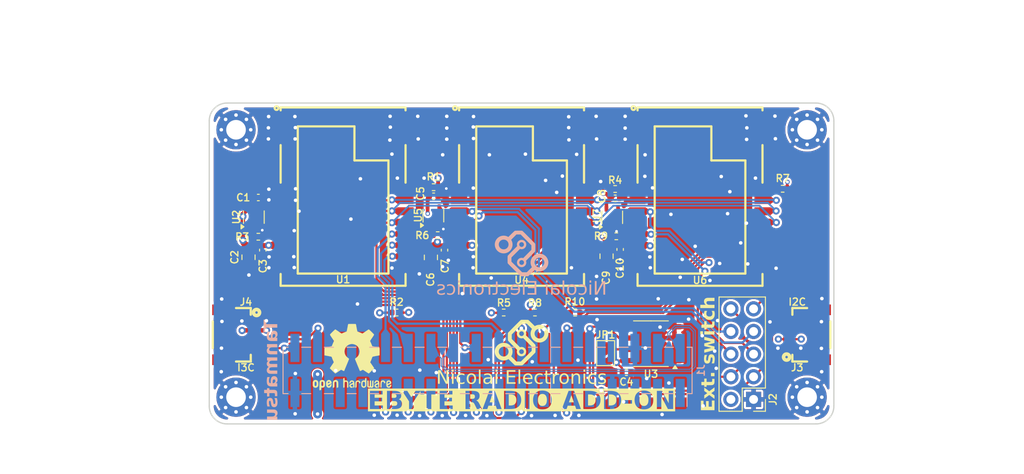
<source format=kicad_pcb>
(kicad_pcb (version 20241229) (generator "pcbnew") (generator_version "9.0")
  (layers (0 "F.Cu" signal) (4 "In1.Cu" signal) (6 "In2.Cu" signal) (2 "B.Cu" signal) (13 "F.Paste" user) (15 "B.Paste" user) (5 "F.SilkS" user "F.Silkscreen") (7 "B.SilkS" user "B.Silkscreen") (1 "F.Mask" user) (3 "B.Mask" user) (25 "Edge.Cuts" user))
  (net 0 "")
  (net 1 "GND")
  (net 2 "M3_TXEN")
  (net 3 "M3_RXEN")
  (net 4 "+3.3V")
  (net 5 "M3_RESET")
  (net 6 "M1_RESET")
  (net 7 "M2_RESET")
  (net 8 "M3_BUSY")
  (net 9 "I2C_SCL")
  (net 10 "SPI_MISO")
  (net 11 "USB_P")
  (net 12 "I2C_SDA")
  (net 13 "M2_DIO1")
  (net 14 "+5V")
  (net 15 "M3_DIO1")
  (net 16 "SPI_MOSI")
  (net 17 "M1_DIO1")
  (net 18 "SPI_SCK")
  (net 19 "USB_N")
  (net 20 "M1_NSS")
  (net 21 "M1_TXEN")
  (net 22 "M2_NSS")
  (net 23 "M2_TXEN")
  (net 24 "M1_RXEN")
  (net 25 "M2_RXEN")
  (net 26 "M3_NSS")
  (net 27 "M2_BUSY")
  (net 28 "Net-(JP1-A)")
  (net 29 "M1_BUSY")
  (net 31 "Net-(U6-BUSY)")
  (net 33 "I3C_SCL")
  (net 34 "I3C_SDA")
  (net 35 "VSYS")
  (net 36 "VBATT")
  (footprint "Resistor_SMD:R_0402_1005Metric" (layer "F.Cu") (at 29.2608 -8.382)
    (property "Reference" "R7")
    (property "Value" "100k")
  )
  (footprint "Capacitor_SMD:C_0402_1005Metric" (layer "F.Cu") (at 11.049 -1.5748 -90)
    (property "Reference" "C10")
    (property "Value" "100n")
  )
  (footprint "library:1X04_1MM_RA_GND" (layer "F.Cu") (at 30 8 90)
    (property "Reference" "J3")
    (property "Value" "I2C")
  )
  (footprint "Resistor_SMD:R_0402_1005Metric" (layer "F.Cu") (at -9.8552 -8.5572)
    (property "Reference" "R1")
    (property "Value" "100k")
  )
  (footprint "MountingHole:MountingHole_2.2mm_M2_Pad_Via" (layer "F.Cu") (at -32 -15)
    (property "Reference" "H1" (hide yes))
    (property "Value" "~")
  )
  (footprint "Resistor_SMD:R_0402_1005Metric" (layer "F.Cu") (at 6 5.5 180)
    (property "Reference" "R10")
    (property "Value" "1k")
  )
  (footprint "Jumper:SolderJumper-2_P1.3mm_Open_TrianglePad1.0x1.5mm" (layer "F.Cu") (at 9.4234 10.0584 -90)
    (property "Reference" "JP1")
    (property "Value" "WP")
  )
  (footprint "Capacitor_SMD:C_0402_1005Metric" (layer "F.Cu") (at -29 -1.5 -90)
    (property "Reference" "C3")
    (property "Value" "100n")
  )
  (footprint "MountingHole:MountingHole_2.2mm_M2_Pad_Via" (layer "F.Cu") (at 32 -15)
    (property "Reference" "H2" (hide yes))
    (property "Value" "~")
  )
  (footprint "library:WIRELM-SMD_E22-900M22S" (layer "F.Cu") (at -20 -8 180)
    (property "Reference" "U1")
    (property "Value" "Module 1" (hide yes))
  )
  (footprint "MountingHole:MountingHole_2.2mm_M2_Pad_Via" (layer "F.Cu") (at 32 15)
    (property "Reference" "H3" (hide yes))
    (property "Value" "~")
  )
  (footprint "Capacitor_SMD:C_0402_1005Metric" (layer "F.Cu") (at 11.75 12.2)
    (property "Reference" "C4")
    (property "Value" "100n")
  )
  (footprint "Resistor_SMD:R_0402_1005Metric" (layer "F.Cu") (at -29.5 -3 180)
    (property "Reference" "R3")
    (property "Value" "100k")
  )
  (footprint "Resistor_SMD:R_0402_1005Metric" (layer "F.Cu") (at -14 5.5)
    (property "Reference" "R2")
    (property "Value" "100k")
  )
  (footprint "Capacitor_SMD:C_0805_2012Metric" (layer "F.Cu") (at 9.525 -0.8128 -90)
    (property "Reference" "C9")
    (property "Value" "22u")
  )
  (footprint "Resistor_SMD:R_0402_1005Metric" (layer "F.Cu") (at 1.5 5.5 180)
    (property "Reference" "R8")
    (property "Value" "100k")
  )
  (footprint "Resistor_SMD:R_0402_1005Metric" (layer "F.Cu") (at -2 5.5 180)
    (property "Reference" "R5")
    (property "Value" "100k")
  )
  (footprint "MountingHole:MountingHole_2.2mm_M2_Pad_Via" (layer "F.Cu") (at -32 15)
    (property "Reference" "H4" (hide yes))
    (property "Value" "~")
  )
  (footprint "Connector_PinHeader_2.54mm:PinHeader_2x05_P2.54mm_Vertical" (layer "F.Cu") (at 26 15.25 180)
    (property "Reference" "J2")
    (property "Value" "Antenna switcher")
  )
  (footprint "Capacitor_SMD:C_0805_2012Metric" (layer "F.Cu") (at -10.16 -0.6832 -90)
    (property "Reference" "C6")
    (property "Value" "22u")
  )
  (footprint "library:WIRELM-SMD_E22-900M22S" (layer "F.Cu") (at 20 -8 180)
    (property "Reference" "U6")
    (property "Value" "Module 3" (hide yes))
  )
  (footprint "Package_TO_SOT_SMD:SOT-353_SC-70-5" (layer "F.Cu") (at -30 -5.2 90)
    (property "Reference" "U2")
    (property "Value" "74LVC1GU04")
  )
  (footprint "Capacitor_SMD:C_0402_1005Metric" (layer "F.Cu") (at -29.5 -7.4)
    (property "Reference" "C1")
    (property "Value" "100n")
  )
  (footprint "library:1X04_1MM_RA_GND" (layer "F.Cu") (at -30 8 -90)
    (property "Reference" "J4")
    (property "Value" "I3C")
  )
  (footprint "Package_TO_SOT_SMD:SOT-353_SC-70-5" (layer "F.Cu") (at -9.8806 -5.3594 90)
    (property "Reference" "U5")
    (property "Value" "74LVC1GU04")
  )
  (footprint "Resistor_SMD:R_0402_1005Metric" (layer "F.Cu") (at 10.6172 -3.048 180)
    (property "Reference" "R9")
    (property "Value" "100k")
  )
  (footprint "Symbol:OSHW-Logo2_9.8x8mm_SilkScreen" (layer "F.Cu") (at -19 10.5)
    (property "Reference" "N1" (hide yes))
    (property "Value" "OSHW" (hide yes))
  )
  (footprint "Resistor_SMD:R_0402_1005Metric" (layer "F.Cu") (at -9.398 -3.175 180)
    (property "Reference" "R6")
    (property "Value" "100k")
  )
  (footprint "Resistor_SMD:R_0402_1005Metric" (layer "F.Cu") (at 10.4882 -8.3566)
    (property "Reference" "R4")
    (property "Value" "100k")
  )
  (footprint "Package_TO_SOT_SMD:SOT-353_SC-70-5" (layer "F.Cu") (at 10.16 -5.1816 90)
    (property "Reference" "U7")
    (property "Value" "74LVC1GU04")
  )
  (footprint "library:WIRELM-SMD_E22-900M22S" (layer "F.Cu") (at 0 -8 180)
    (property "Reference" "U4")
    (property "Value" "Module 2" (hide yes))
  )
  (footprint "Capacitor_SMD:C_0402_1005Metric" (layer "F.Cu") (at -8.636 -1.496 -90)
    (property "Reference" "C7")
    (property "Value" "100n")
  )
  (footprint "Capacitor_SMD:C_0402_1005Metric" (layer "F.Cu") (at -9.8552 -7.5412)
    (property "Reference" "C5")
    (property "Value" "100n")
  )
  (footprint "Capacitor_SMD:C_0805_2012Metric" (layer "F.Cu") (at -30.6 -0.7 -90)
    (property "Reference" "C2")
    (property "Value" "22u")
  )
  (footprint "Capacitor_SMD:C_0402_1005Metric" (layer "F.Cu") (at 10.4902 -7.3152)
    (property "Reference" "C8")
    (property "Value" "100n")
  )
  (footprint "Package_SO:SOP-8_3.9x4.9mm_P1.27mm" (layer "F.Cu") (at 14.5 9 180)
    (property "Reference" "U3")
    (property "Value" "24C02BN")
  )
  (footprint "Connector_PinHeader_2.54mm:PinHeader_2x18_P2.54mm_Vertical_SMD" (layer "B.Cu") (at -3.81 12 90)
    (property "Reference" "J1")
    (property "Value" "Mainboard")
  )
  (gr_poly (pts (xy 0.207878 6.317863) (xy 0.159305 6.318094) (xy 0.116717 6.31847) (xy 0.079646 6.319024) (xy 0.047619 6.319785) (xy 0.020167 6.320785) (xy -0.00318 6.322055) (xy -0.022894 6.323626) (xy -0.031536 6.324534) (xy -0.039445 6.325529) (xy -0.046681 6.326614) (xy -0.053303 6.327794) (xy -0.05937 6.329073) (xy -0.064939 6.330453) (xy -0.070071 6.33194) (xy -0.074823 6.333538) (xy -0.079256 6.335249) (xy -0.083427 6.337077) (xy -0.087395 6.339028) (xy -0.091219 6.341104) (xy -0.098671 6.345648) (xy -0.172415 6.413964) (xy -0.33553 6.574087) (xy -0.809867 7.048786) (xy -1.281669 7.527808) (xy -1.441615 7.693336) (xy -1.510921 7.769217) (xy -1.518528 7.783239) (xy -1.521696 7.791855) (xy -1.524473 7.802124) (xy -1.528955 7.829375) (xy -1.532177 7.868492) (xy -1.534339 7.922978) (xy -1.535643 7.996333) (xy -1.536479 8.213659) (xy -1.536259 8.312403) (xy -1.535528 8.397773) (xy -1.534272 8.470172) (xy -1.532475 8.530007) (xy -1.53012 8.577682) (xy -1.52873 8.597086) (xy -1.527194 8.613603) (xy -1.525512 8.627282) (xy -1.52368 8.638174) (xy -1.521698 8.64633) (xy -1.519563 8.6518) (xy -1.488429 8.687496) (xy -1.411702 8.7685) (xy -1.157323 9.030237) (xy -0.495799 9.699265) (xy -0.494638 9.695982) (xy -0.493456 9.692708) (xy -0.492251 9.689441) (xy -0.491025 9.686181) (xy -0.488436 9.680156) (xy -0.485772 9.674165) (xy -0.483033 9.668208) (xy -0.480221 9.662286) (xy -0.477334 9.656399) (xy -0.474374 9.650549) (xy -0.471341 9.644736) (xy -0.468235 9.63896) (xy -0.465054 9.633225) (xy -0.461802 9.627532) (xy -0.458479 9.621879) (xy -0.455087 9.616269) (xy -0.451624 9.610702) (xy -0.448091 9.605178) (xy -0.44449 9.599699) (xy -0.44082 9.594264) (xy -0.437083 9.588875) (xy -0.43328 9.583533) (xy -0.42941 9.57824) (xy -0.425475 9.572995) (xy -0.421474 9.5678) (xy -0.417409 9.562655) (xy -0.413279 9.557561) (xy -0.409085 9.552519) (xy -0.404832 9.547534) (xy -0.400517 9.542602) (xy -0.396141 9.537726) (xy -0.391704 9.532904) (xy -0.387208 9.528138) (xy -0.382652 9.523429) (xy -0.378038 9.518776) (xy -0.373365 9.514181) (xy -0.368632 9.509639) (xy -0.363842 9.505157) (xy -0.358997 9.500736) (xy -0.354097 9.496376) (xy -0.349143 9.492077) (xy -0.344136 9.487841) (xy -0.339075 9.483667) (xy -0.333962 9.479556) (xy -0.328803 9.475514) (xy -0.323594 9.471536) (xy -0.318336 9.467625) (xy -0.313029 9.463779) (xy -0.307675 9.460001) (xy -0.302275 9.456289) (xy -0.296827 9.452645) (xy -0.291334 9.449068) (xy -0.285793 9.445561) (xy -0.280209 9.442124) (xy -0.274584 9.438757) (xy -0.268916 9.435461) (xy -0.263209 9.432237) (xy -0.257461 9.429083) (xy -0.251673 9.426001) (xy -0.245847 9.422992) (xy -0.239984 9.420054) (xy -0.234085 9.417189) (xy -0.228152 9.414399) (xy -0.222184 9.411683) (xy -0.216183 9.409042) (xy -0.210149 9.406477) (xy -0.204082 9.403986) (xy -0.197984 9.401571) (xy -0.194536 9.400387) (xy -0.192019 9.399543) (xy -0.208174 9.405777) (xy -0.231568 9.416142) (xy -0.254441 9.427641) (xy -0.276751 9.440258) (xy -0.298455 9.453975) (xy -0.319509 9.468772) (xy -0.339871 9.484634) (xy -0.359497 9.501541) (xy -0.378344 9.519477) (xy -0.396281 9.538324) (xy -0.413189 9.55795) (xy -0.429051 9.578311) (xy -0.443849 9.599365) (xy -0.457566 9.621068) (xy -0.470183 9.643378) (xy -0.481684 9.666251) (xy -0.492049 9.689645) (xy -0.501262 9.713516) (xy -0.509304 9.737822) (xy -0.516158 9.76252) (xy -0.521805 9.787566) (xy -0.526229 9.812918) (xy -0.52941 9.838532) (xy -0.531332 9.864366) (xy -0.531977 9.890377) (xy -0.531333 9.916387) (xy -0.529411 9.94222) (xy -0.52623 9.967834) (xy -0.521807 9.993185) (xy -0.51616 10.018231) (xy -0.509306 10.042928) (xy -0.501265 10.067233) (xy -0.492052 10.091105) (xy -0.481687 10.114498) (xy -0.470187 10.137372) (xy -0.45757 10.159682) (xy -0.443853 10.181385) (xy -0.429055 10.202439) (xy -0.413193 10.2228) (xy -0.396286 10.242426) (xy -0.37835 10.261274) (xy -0.359502 10.279209) (xy -0.339876 10.296117) (xy -0.319515 10.311979) (xy -0.298461 10.326777) (xy -0.276758 10.340493) (xy -0.254448 10.35311) (xy -0.231575 10.36461) (xy -0.208182 10.374975) (xy -0.184311 10.384187) (xy -0.160006 10.392229) (xy -0.135309 10.399082) (xy -0.110264 10.404729) (xy -0.084914 10.409153) (xy -0.059301 10.412334) (xy -0.033469 10.414256) (xy -0.007461 10.4149) (xy 0.018549 10.414256) (xy 0.044382 10.412335) (xy 0.069996 10.409154) (xy 0.095347 10.404731) (xy 0.120393 10.399085) (xy 0.14509 10.392232) (xy 0.169396 10.384191) (xy 0.193268 10.374979) (xy 0.216662 10.364614) (xy 0.239535 10.353115) (xy 0.261845 10.340498) (xy 0.283549 10.326782) (xy 0.304603 10.311984) (xy 0.324964 10.296122) (xy 0.34459 10.279215) (xy 0.363438 10.261279) (xy 0.381374 10.242432) (xy 0.398282 10.222806) (xy 0.414144 10.202445) (xy 0.428943 10.181391) (xy 0.44266 10.159688) (xy 0.455277 10.137378) (xy 0.466777 10.114505) (xy 0.477143 10.091111) (xy 0.486356 10.06724) (xy 0.494398 10.042934) (xy 0.501251 10.018236) (xy 0.506899 9.99319) (xy 0.511322 9.967838) (xy 0.514504 9.942224) (xy 0.516426 9.91639) (xy 0.517071 9.890379) (xy 0.517045 9.889343) (xy 0.257175 9.889343) (xy 0.256829 9.902973) (xy 0.255806 9.916424) (xy 0.254122 9.929679) (xy 0.251792 9.942722) (xy 0.248834 9.955536) (xy 0.245265 9.968105) (xy 0.241101 9.980412) (xy 0.236358 9.992439) (xy 0.231054 10.004172) (xy 0.225204 10.015592) (xy 0.218827 10.026683) (xy 0.211937 10.03743) (xy 0.204553 10.047814) (xy 0.196689 10.05782) (xy 0.188365 10.06743) (xy 0.179595 10.076628) (xy 0.170396 10.085398) (xy 0.160785 10.093723) (xy 0.150779 10.101586) (xy 0.140395 10.10897) (xy 0.129649 10.11586) (xy 0.118557 10.122237) (xy 0.107136 10.128086) (xy 0.095403 10.133391) (xy 0.083375 10.138133) (xy 0.071068 10.142297) (xy 0.058499 10.145867) (xy 0.045685 10.148824) (xy 0.032641 10.151154) (xy 0.019386 10.152838) (xy 0.005934 10.153862) (xy -0.007696 10.154206) (xy -0.021326 10.153861) (xy -0.034776 10.152838) (xy -0.048032 10.151152) (xy -0.061075 10.148823) (xy -0.073889 10.145864) (xy -0.086457 10.142295) (xy -0.098763 10.13813) (xy -0.110791 10.133387) (xy -0.122523 10.128083) (xy -0.133943 10.122233) (xy -0.145034 10.115855) (xy -0.15578 10.108966) (xy -0.166165 10.101581) (xy -0.17617 10.093718) (xy -0.18578 10.085393) (xy -0.194978 10.076623) (xy -0.203748 10.067425) (xy -0.212072 10.057814) (xy -0.219935 10.047809) (xy -0.227319 10.037425) (xy -0.234208 10.026679) (xy -0.240585 10.015587) (xy -0.246434 10.004167) (xy -0.251738 9.992435) (xy -0.25648 9.980408) (xy -0.260644 9.968102) (xy -0.264213 9.955533) (xy -0.267171 9.94272) (xy -0.2695 9.929677) (xy -0.271184 9.916423) (xy -0.272207 9.902972) (xy -0.272551 9.889343) (xy -0.272207 9.875714) (xy -0.271183 9.862263) (xy -0.269499 9.849008) (xy -0.267169 9.835965) (xy -0.264212 9.823151) (xy -0.260642 9.810582) (xy -0.256478 9.798276) (xy -0.251735 9.786248) (xy -0.246431 9.774516) (xy -0.240582 9.763095) (xy -0.234204 9.752004) (xy -0.227315 9.741258) (xy -0.219931 9.730873) (xy -0.212068 9.720868) (xy -0.203743 9.711257) (xy -0.194973 9.702059) (xy -0.185775 9.693289) (xy -0.176164 9.684964) (xy -0.166159 9.677101) (xy -0.155774 9.669717) (xy -0.145028 9.662827) (xy -0.133937 9.65645) (xy -0.122516 9.6506) (xy -0.110784 9.645296) (xy -0.098756 9.640554) (xy -0.08645 9.636389) (xy -0.073881 9.63282) (xy -0.061067 9.629862) (xy -0.048024 9.627532) (xy -0.034769 9.625848) (xy -0.021318 9.624825) (xy -0.007688 9.62448) (xy -0.007682 9.62448) (xy 0.005948 9.624825) (xy 0.019399 9.625848) (xy 0.032654 9.627534) (xy 0.045697 9.629863) (xy 0.058511 9.632822) (xy 0.071079 9.636391) (xy 0.083386 9.640556) (xy 0.095413 9.645299) (xy 0.107145 9.650603) (xy 0.118565 9.656453) (xy 0.129657 9.662831) (xy 0.140403 9.66972) (xy 0.150787 9.677105) (xy 0.160792 9.684968) (xy 0.170403 9.693293) (xy 0.179601 9.702063) (xy 0.18837 9.711262) (xy 0.196695 9.720872) (xy 0.204558 9.730878) (xy 0.211942 9.741262) (xy 0.218831 9.752008) (xy 0.225208 9.7631) (xy 0.231057 9.77452) (xy 0.236361 9.786252) (xy 0.241103 9.798279) (xy 0.245267 9.810585) (xy 0.248836 9.823154) (xy 0.251794 9.835967) (xy 0.254123 9.84901) (xy 0.255807 9.862264) (xy 0.25683 9.875714) (xy 0.257175 9.889343) (xy 0.517045 9.889343) (xy 0.516427 9.864369) (xy 0.514505 9.838536) (xy 0.511323 9.812922) (xy 0.5069 9.787571) (xy 0.501253 9.762525) (xy 0.4944 9.737828) (xy 0.486358 9.713522) (xy 0.477146 9.689651) (xy 0.466781 9.666257) (xy 0.455281 9.643384) (xy 0.442663 9.621074) (xy 0.428947 9.599371) (xy 0.414149 9.578317) (xy 0.398287 9.557955) (xy 0.381379 9.538329) (xy 0.363443 9.519482) (xy 0.344596 9.501546) (xy 0.32497 9.484639) (xy 0.304609 9.468777) (xy 0.283555 9.453979) (xy 0.261851 9.440263) (xy 0.239542 9.427645) (xy 0.216668 9.416145) (xy 0.193275 9.40578) (xy 0.169403 9.396568) (xy 0.145098 9.388526) (xy 0.1204 9.381673) (xy 0.095355 9.376026) (xy 0.070004 9.371602) (xy 0.04439 9.368421) (xy 0.018556 9.366499) (xy -0.007453 9.365854) (xy -0.007452 9.365855) (xy -0.007451 9.365855) (xy -0.00745 9.365855) (xy -0.007449 9.365855) (xy -0.007448 9.365855) (xy -0.007447 9.365855) (xy -0.007446 9.365855) (xy -0.033456 9.366499) (xy -0.059289 9.36842) (xy -0.084903 9.371601) (xy -0.110254 9.376024) (xy -0.1353 9.381671) (xy -0.159997 9.388524) (xy -0.184303 9.396565) (xy -0.184479 9.396633) (xy -0.313614 9.264219) (xy -0.458224 9.117115) (xy -1.098461 8.46976) (xy -1.098461 7.962641) (xy -0.497961 7.3556) (xy 0.102538 6.748559) (xy 0.573937 6.748559) (xy 1.166089 7.342197) (xy 1.147745 7.372254) (xy 1.130513 7.402872) (xy 1.114404 7.434022) (xy 1.099425 7.465672) (xy 1.085586 7.497789) (xy 1.072895 7.530344) (xy 1.061363 7.563304) (xy 1.050998 7.596639) (xy 1.04181 7.630316) (xy 1.033807 7.664306) (xy 1.026999 7.698576) (xy 1.021394 7.733094) (xy 1.017003 7.767831) (xy 1.013833 7.802754) (xy 1.011895 7.837833) (xy 1.011197 7.873035) (xy 1.012419 7.922344) (xy 1.016062 7.971319) (xy 1.022094 8.019878) (xy 1.030479 8.067939) (xy 1.041186 8.115421) (xy 1.054178 8.162242) (xy 1.069424 8.208322) (xy 1.086889 8.253577) (xy 1.106539 8.297927) (xy 1.128341 8.341291) (xy 1.152261 8.383586) (xy 1.178265 8.424731) (xy 1.20632 8.464645) (xy 1.236391 8.503247) (xy 1.268444 8.540454) (xy 1.302447 8.576185) (xy 1.338179 8.610188) (xy 1.375386 8.642242) (xy 1.413987 8.672313) (xy 1.453901 8.700367) (xy 1.495047 8.726371) (xy 1.537342 8.750291) (xy 1.580705 8.772093) (xy 1.625055 8.791744) (xy 1.67031 8.809209) (xy 1.716388 8.824454) (xy 1.763209 8.837447) (xy 1.81069 8.848153) (xy 1.858751 8.856539) (xy 1.907308 8.86257) (xy 1.956282 8.866214) (xy 2.00559 8.867436) (xy 2.0549 8.866214) (xy 2.103875 8.862571) (xy 2.152434 8.85654) (xy 2.200495 8.848155) (xy 2.247977 8.837449) (xy 2.294798 8.824457) (xy 2.340877 8.809212) (xy 2.386133 8.791747) (xy 2.430483 8.772097) (xy 2.473846 8.750295) (xy 2.516142 8.726376) (xy 2.557287 8.700372) (xy 2.597201 8.672318) (xy 2.635803 8.642247) (xy 2.67301 8.610193) (xy 2.708742 8.57619) (xy 2.742745 8.540459) (xy 2.774799 8.503252) (xy 2.804871 8.464651) (xy 2.832926 8.424737) (xy 2.85893 8.383592) (xy 2.88285 8.341297) (xy 2.904653 8.297933) (xy 2.924303 8.253583) (xy 2.941769 8.208327) (xy 2.957015 8.162248) (xy 2.970008 8.115426) (xy 2.980715 8.067943) (xy 2.989101 8.019882) (xy 2.995133 7.971322) (xy 2.998777 7.922346) (xy 2.999999 7.873035) (xy 2.999902 7.869142) (xy 2.552121 7.869142) (xy 2.55145 7.896242) (xy 2.549447 7.923159) (xy 2.546133 7.949847) (xy 2.541524 7.976262) (xy 2.53564 8.002358) (xy 2.528499 8.028091) (xy 2.52012 8.053416) (xy 2.510522 8.078288) (xy 2.499722 8.102663) (xy 2.487739 8.126496) (xy 2.474593 8.149741) (xy 2.460301 8.172355) (xy 2.444883 8.194292) (xy 2.428355 8.215507) (xy 2.410739 8.235956) (xy 2.392051 8.255594) (xy 2.372413 8.274282) (xy 2.351964 8.291898) (xy 2.330749 8.308426) (xy 2.308812 8.323844) (xy 2.286198 8.338136) (xy 2.262953 8.351282) (xy 2.239121 8.363265) (xy 2.214746 8.374064) (xy 2.189874 8.383663) (xy 2.16455 8.392042) (xy 2.138817 8.399183) (xy 2.112722 8.405067) (xy 2.086309 8.409676) (xy 2.059622 8.41299) (xy 2.032707 8.414993) (xy 2.005607 8.415664) (xy 1.978507 8.414993) (xy 1.95159 8.412991) (xy 1.924902 8.409677) (xy 1.898488 8.405069) (xy 1.872392 8.399185) (xy 1.846659 8.392045) (xy 1.821333 8.383666) (xy 1.796461 8.374068) (xy 1.772086 8.363269) (xy 1.748253 8.351287) (xy 1.725007 8.338141) (xy 1.702393 8.323849) (xy 1.680456 8.308431) (xy 1.659241 8.291904) (xy 1.638791 8.274287) (xy 1.619153 8.255599) (xy 1.600465 8.235962) (xy 1.582848 8.215513) (xy 1.56632 8.194297) (xy 1.550901 8.172361) (xy 1.536609 8.149747) (xy 1.523462 8.126502) (xy 1.51148 8.102669) (xy 1.50068 8.078294) (xy 1.49108 8.053421) (xy 1.482701 8.028096) (xy 1.47556 8.002362) (xy 1.469675 7.976265) (xy 1.465066 7.94985) (xy 1.461751 7.923161) (xy 1.459749 7.896243) (xy 1.459077 7.869141) (xy 1.459748 7.84204) (xy 1.46175 7.815124) (xy 1.465065 7.788436) (xy 1.469673 7.762021) (xy 1.475557 7.735925) (xy 1.482698 7.710192) (xy 1.491077 7.684867) (xy 1.500676 7.659995) (xy 1.511476 7.63562) (xy 1.523458 7.611787) (xy 1.536605 7.588542) (xy 1.550896 7.565928) (xy 1.566315 7.543992) (xy 1.582842 7.522776) (xy 1.600459 7.502327) (xy 1.619147 7.482689) (xy 1.638785 7.464001) (xy 1.659234 7.446384) (xy 1.68045 7.429857) (xy 1.702386 7.414438) (xy 1.725 7.400146) (xy 1.748245 7.387) (xy 1.772078 7.375017) (xy 1.796453 7.364217) (xy 1.821325 7.354619) (xy 1.84665 7.34624) (xy 1.872383 7.339099) (xy 1.898479 7.333215) (xy 1.924893 7.328606) (xy 1.951581 7.325292) (xy 1.978498 7.323289) (xy 2.005595 7.322618) (xy 2.032691 7.323289) (xy 2.059608 7.32529) (xy 2.086296 7.328605) (xy 2.11271 7.333213) (xy 2.138807 7.339096) (xy 2.16454 7.346237) (xy 2.189865 7.354615) (xy 2.214737 7.364213) (xy 2.239112 7.375013) (xy 2.262945 7.386995) (xy 2.286191 7.400141) (xy 2.308805 7.414432) (xy 2.330742 7.42985) (xy 2.351957 7.446377) (xy 2.372407 7.463994) (xy 2.392045 7.482682) (xy 2.410733 7.502319) (xy 2.42835 7.522768) (xy 2.444878 7.543984) (xy 2.460297 7.56592) (xy 2.474589 7.588534) (xy 2.487735 7.611779) (xy 2.499718 7.635612) (xy 2.510518 7.659987) (xy 2.520117 7.68486) (xy 2.528497 7.710186) (xy 2.535638 7.735919) (xy 2.541522 7.762017) (xy 2.546131 7.788432) (xy 2.549447 7.815121) (xy 2.551449 7.84204) (xy 2.552121 7.869142) (xy 2.999902 7.869142) (xy 2.998777 7.823725) (xy 2.995134 7.77475) (xy 2.989102 7.726191) (xy 2.980716 7.67813) (xy 2.97001 7.630648) (xy 2.957017 7.583827) (xy 2.941772 7.537748) (xy 2.924307 7.492492) (xy 2.904656 7.448142) (xy 2.882854 7.404779) (xy 2.858935 7.362483) (xy 2.832931 7.321338) (xy 2.804876 7.281424) (xy 2.774805 7.242822) (xy 2.742752 7.205615) (xy 2.708749 7.169884) (xy 2.673017 7.135881) (xy 2.63581 7.103827) (xy 2.597209 7.073756) (xy 2.557295 7.045702) (xy 2.516149 7.019698) (xy 2.473854 6.995778) (xy 2.430491 6.973976) (xy 2.38614 6.954326) (xy 2.340885 6.936861) (xy 2.294806 6.921615) (xy 2.247985 6.908622) (xy 2.200503 6.897916) (xy 2.152441 6.889531) (xy 2.103883 6.883499) (xy 2.054908 6.879856) (xy 2.005598 6.878634) (xy 1.970954 6.879281) (xy 1.936427 6.88113) (xy 1.902048 6.884172) (xy 1.867846 6.888397) (xy 1.833851 6.893799) (xy 1.800092 6.900367) (xy 1.766601 6.908094) (xy 1.733406 6.916971) (xy 1.700537 6.92699) (xy 1.668025 6.938141) (xy 1.635899 6.950417) (xy 1.60419 6.963809) (xy 1.572926 6.978308) (xy 1.542138 6.993905) (xy 1.511856 7.010593) (xy 1.482109 7.028363) (xy 1.469939 7.016132) (xy 1.305201 6.85249) (xy 1.163196 6.712432) (xy 1.043219 6.595286) (xy 0.944562 6.500379) (xy 0.866522 6.42704) (xy 0.835013 6.398248) (xy 0.808392 6.374596) (xy 0.786573 6.356) (xy 0.769468 6.342376) (xy 0.756987 6.333641) (xy 0.752453 6.331079) (xy 0.749042 6.329709) (xy 0.732478 6.327303) (xy 0.702019 6.325058) (xy 0.606372 6.321245) (xy 0.476016 6.318667) (xy 0.324865 6.31772) (xy 0.324866 6.317716)) (stroke (width -0.000001)) (fill yes) (layer "F.SilkS"))
  (gr_poly (pts (xy -0.00276 7.351312) (xy -0.02877 7.351956) (xy -0.054603 7.353877) (xy -0.080217 7.357058) (xy -0.105568 7.361481) (xy -0.130614 7.367127) (xy -0.155311 7.37398) (xy -0.179617 7.382022) (xy -0.203489 7.391233) (xy -0.226883 7.401598) (xy -0.249756 7.413098) (xy -0.272066 7.425715) (xy -0.293769 7.439431) (xy -0.314824 7.454228) (xy -0.335185 7.47009) (xy -0.354811 7.486997) (xy -0.373659 7.504933) (xy -0.391595 7.52378) (xy -0.408503 7.543406) (xy -0.424365 7.563767) (xy -0.439164 7.584821) (xy -0.452881 7.606524) (xy -0.465498 7.628834) (xy -0.476999 7.651707) (xy -0.487364 7.675101) (xy -0.496577 7.698973) (xy -0.504619 7.723279) (xy -0.511472 7.747977) (xy -0.51712 7.773023) (xy -0.521543 7.798375) (xy -0.524725 7.823989) (xy -0.526647 7.849824) (xy -0.527292 7.875835) (xy -0.526648 7.901845) (xy -0.524726 7.927678) (xy -0.521545 7.953292) (xy -0.517121 7.978643) (xy -0.511474 8.003689) (xy -0.504621 8.028386) (xy -0.496579 8.052692) (xy -0.487367 8.076563) (xy -0.477002 8.099957) (xy -0.465502 8.12283) (xy -0.452885 8.14514) (xy -0.439168 8.166843) (xy -0.42437 8.187897) (xy -0.408508 8.208259) (xy -0.391601 8.227885) (xy -0.373665 8.246732) (xy -0.354817 8.264668) (xy -0.335191 8.281575) (xy -0.31483 8.297437) (xy -0.293776 8.312235) (xy -0.272073 8.325951) (xy -0.249763 8.338568) (xy -0.226889 8.350068) (xy -0.203496 8.360433) (xy -0.179625 8.369646) (xy -0.155319 8.377687) (xy -0.130622 8.384541) (xy -0.105576 8.390188) (xy -0.080225 8.394611) (xy -0.054611 8.397792) (xy -0.028778 8.399714) (xy -0.002768 8.400358) (xy 0.008818 8.400206) (xy 0.020389 8.399798) (xy 0.031939 8.399135) (xy 0.043465 8.398218) (xy 0.054962 8.397048) (xy 0.066427 8.395626) (xy 0.077854 8.393952) (xy 0.089241 8.392027) (xy 0.100582 8.389851) (xy 0.111875 8.387426) (xy 0.123114 8.384753) (xy 0.134295 8.381831) (xy 0.145414 8.378663) (xy 0.156468 8.375248) (xy 0.167452 8.371587) (xy 0.178361 8.367681) (xy 0.333654 8.524722) (xy 0.506603 8.698236) (xy 1.136068 9.32618) (xy 1.136068 9.797579) (xy 0.529058 10.398077) (xy -0.077982 10.998546) (xy -0.570528 10.998546) (xy -1.16132 10.414231) (xy -1.143539 10.384517) (xy -1.126838 10.354267) (xy -1.111225 10.323511) (xy -1.096709 10.292279) (xy -1.083298 10.2606) (xy -1.071002 10.228505) (xy -1.059828 10.196023) (xy -1.049786 10.163184) (xy -1.040883 10.130018) (xy -1.033129 10.096555) (xy -1.026532 10.062824) (xy -1.0211 10.028855) (xy -1.016842 9.994679) (xy -1.013766 9.960324) (xy -1.011882 9.925822) (xy -1.011197 9.8912) (xy -1.011294 9.887306) (xy -1.459068 9.887306) (xy -1.459739 9.914407) (xy -1.461741 9.941324) (xy -1.465056 9.968012) (xy -1.469665 9.994426) (xy -1.475549 10.020522) (xy -1.48269 10.046255) (xy -1.491069 10.07158) (xy -1.500667 10.096452) (xy -1.511467 10.120827) (xy -1.523449 10.14466) (xy -1.536596 10.167905) (xy -1.550888 10.190519) (xy -1.566306 10.212456) (xy -1.582833 10.233671) (xy -1.60045 10.25412) (xy -1.619138 10.273758) (xy -1.638776 10.292446) (xy -1.659225 10.310063) (xy -1.680441 10.32659) (xy -1.702377 10.342009) (xy -1.724991 10.3563) (xy -1.748236 10.369447) (xy -1.772068 10.381429) (xy -1.796443 10.392229) (xy -1.821315 10.401827) (xy -1.846639 10.410206) (xy -1.872372 10.417347) (xy -1.898467 10.423231) (xy -1.92488 10.42784) (xy -1.951567 10.431155) (xy -1.978483 10.433157) (xy -2.005582 10.433828) (xy -2.032682 10.433158) (xy -2.059599 10.431156) (xy -2.086287 10.427841) (xy -2.112702 10.423233) (xy -2.138798 10.417349) (xy -2.164531 10.410209) (xy -2.189856 10.40183) (xy -2.214729 10.392232) (xy -2.239104 10.381433) (xy -2.262937 10.369451) (xy -2.286182 10.356305) (xy -2.308796 10.342013) (xy -2.330733 10.326595) (xy -2.351949 10.310068) (xy -2.372398 10.292452) (xy -2.392036 10.273764) (xy -2.410725 10.254126) (xy -2.428342 10.233677) (xy -2.444869 10.212462) (xy -2.460288 10.190525) (xy -2.47458 10.167912) (xy -2.487727 10.144666) (xy -2.49971 10.120833) (xy -2.51051 10.096458) (xy -2.520109 10.071586) (xy -2.528488 10.04626) (xy -2.535629 10.020526) (xy -2.541514 9.994429) (xy -2.546123 9.968014) (xy -2.549438 9.941325) (xy -2.55144 9.914407) (xy -2.552112 9.887305) (xy -2.551441 9.860204) (xy -2.549439 9.833287) (xy -2.546124 9.806599) (xy -2.541515 9.780185) (xy -2.535631 9.754089) (xy -2.528491 9.728356) (xy -2.520112 9.703031) (xy -2.510513 9.678158) (xy -2.499713 9.653783) (xy -2.487731 9.629951) (xy -2.474585 9.606705) (xy -2.460293 9.584092) (xy -2.444874 9.562155) (xy -2.428347 9.54094) (xy -2.41073 9.520491) (xy -2.392042 9.500853) (xy -2.372404 9.482165) (xy -2.351955 9.464548) (xy -2.33074 9.448021) (xy -2.308803 9.432602) (xy -2.286189 9.41831) (xy -2.262944 9.405164) (xy -2.239111 9.393182) (xy -2.214736 9.382382) (xy -2.189864 9.372783) (xy -2.164539 9.364404) (xy -2.138806 9.357264) (xy -2.11271 9.35138) (xy -2.086295 9.346771) (xy -2.059607 9.343457) (xy -2.032691 9.341454) (xy -2.00559 9.340783) (xy -2.005591 9.340783) (xy -2.005592 9.340783) (xy -2.005593 9.340783) (xy -2.005594 9.340783) (xy -2.005595 9.340783) (xy -2.005597 9.340783) (xy -2.005597 9.340782) (xy -2.005598 9.340782) (xy -1.978498 9.341453) (xy -1.951581 9.343455) (xy -1.924893 9.346769) (xy -1.898479 9.351377) (xy -1.872382 9.357261) (xy -1.846649 9.364401) (xy -1.821324 9.37278) (xy -1.796451 9.382378) (xy -1.772076 9.393178) (xy -1.748244 9.40516) (xy -1.724998 9.418306) (xy -1.702384 9.432597) (xy -1.680447 9.448016) (xy -1.659231 9.464543) (xy -1.638782 9.482159) (xy -1.619144 9.500847) (xy -1.600456 9.520485) (xy -1.582838 9.540934) (xy -1.566311 9.562149) (xy -1.550892 9.584086) (xy -1.5366 9.606699) (xy -1.523453 9.629945) (xy -1.51147 9.653777) (xy -1.50067 9.678152) (xy -1.491071 9.703025) (xy -1.482692 9.728351) (xy -1.475551 9.754084) (xy -1.469666 9.780181) (xy -1.465057 9.806597) (xy -1.461742 9.833286) (xy -1.459739 9.860204) (xy -1.459068 9.887306) (xy -1.011294 9.887306) (xy -1.012419 9.841891) (xy -1.016062 9.792916) (xy -1.022094 9.744357) (xy -1.030479 9.696296) (xy -1.041185 9.648814) (xy -1.054178 9.601992) (xy -1.069424 9.555913) (xy -1.086889 9.510658) (xy -1.106539 9.466308) (xy -1.128342 9.422944) (xy -1.152261 9.380649) (xy -1.178266 9.339503) (xy -1.20632 9.299589) (xy -1.236391 9.260988) (xy -1.268445 9.223781) (xy -1.302448 9.18805) (xy -1.33818 9.154047) (xy -1.375387 9.121993) (xy -1.413988 9.091922) (xy -1.453902 9.063868) (xy -1.495047 9.037864) (xy -1.537342 9.013944) (xy -1.580705 8.992142) (xy -1.625055 8.972491) (xy -1.67031 8.955026) (xy -1.716389 8.939781) (xy -1.763209 8.926788) (xy -1.81069 8.916082) (xy -1.85875 8.907696) (xy -1.907308 8.901665) (xy -1.956282 8.898021) (xy -2.00559 8.896799) (xy -2.0549 8.898021) (xy -2.103875 8.901664) (xy -2.152434 8.907695) (xy -2.200495 8.91608) (xy -2.247977 8.926785) (xy -2.294798 8.939778) (xy -2.340877 8.955023) (xy -2.386133 8.972488) (xy -2.430483 8.992138) (xy -2.473847 9.013939) (xy -2.516142 9.037859) (xy -2.557288 9.063863) (xy -2.597202 9.091917) (xy -2.635804 9.121988) (xy -2.673011 9.154041) (xy -2.708743 9.188044) (xy -2.742746 9.223775) (xy -2.7748 9.260982) (xy -2.804872 9.299583) (xy -2.832926 9.339497) (xy -2.858931 9.380643) (xy -2.882851 9.422938) (xy -2.904653 9.466301) (xy -2.924304 9.510652) (xy -2.941769 9.555907) (xy -2.957015 9.601987) (xy -2.970009 9.648809) (xy -2.980715 9.696291) (xy -2.989101 9.744353) (xy -2.995133 9.792913) (xy -2.998777 9.841889) (xy -2.999999 9.8912) (xy -2.998777 9.94051) (xy -2.995134 9.989485) (xy -2.989102 10.038044) (xy -2.980717 10.086105) (xy -2.970011 10.133587) (xy -2.957018 10.180408) (xy -2.941772 10.226487) (xy -2.924307 10.271742) (xy -2.904657 10.316092) (xy -2.882855 10.359456) (xy -2.858935 10.401751) (xy -2.832931 10.442896) (xy -2.804876 10.48281) (xy -2.774805 10.521412) (xy -2.742751 10.558619) (xy -2.708748 10.59435) (xy -2.673017 10.628353) (xy -2.63581 10.660407) (xy -2.597208 10.690478) (xy -2.557294 10.718532) (xy -2.516149 10.744536) (xy -2.473853 10.768456) (xy -2.43049 10.790258) (xy -2.38614 10.809909) (xy -2.340885 10.827374) (xy -2.294805 10.842619) (xy -2.247984 10.855612) (xy -2.200502 10.866318) (xy -2.152441 10.874704) (xy -2.103882 10.880735) (xy -2.054907 10.884378) (xy -2.005598 10.8856) (xy -1.969785 10.884948) (xy -1.934101 10.883012) (xy -1.898578 10.879803) (xy -1.86325 10.875329) (xy -1.828148 10.869602) (xy -1.793306 10.86263) (xy -1.758756 10.854423) (xy -1.724533 10.844991) (xy -1.690667 10.834343) (xy -1.657193 10.82249) (xy -1.624144 10.80944) (xy -1.591551 10.795205) (xy -1.559448 10.779792) (xy -1.527868 10.763213) (xy -1.496844 10.745476) (xy -1.466409 10.726592) (xy -1.211552 10.977771) (xy -0.987056 11.19749) (xy -0.82377 11.355031) (xy -0.77472 11.400887) (xy -0.76003 11.413905) (xy -0.75254 11.419679) (xy -0.747097 11.42181) (xy -0.73901 11.423789) (xy -0.714718 11.427299) (xy -0.679284 11.430223) (xy -0.632328 11.432576) (xy -0.573471 11.434375) (xy -0.502333 11.435634) (xy -0.3217 11.436596) (xy -0.202407 11.4364) (xy -0.152472 11.436144) (xy -0.10844 11.435749) (xy -0.069882 11.435189) (xy -0.036371 11.434441) (xy -0.007477 11.433479) (xy 0.017227 11.432277) (xy 0.038169 11.430811) (xy 0.055779 11.429055) (xy 0.063468 11.428061) (xy 0.070485 11.426985) (xy 0.076882 11.425824) (xy 0.082714 11.424575) (xy 0.088034 11.423235) (xy 0.092896 11.421801) (xy 0.097353 11.420269) (xy 0.101458 11.418636) (xy 0.105266 11.4169) (xy 0.10883 11.415057) (xy 0.112203 11.413104) (xy 0.115439 11.411038) (xy 0.19132 11.341732) (xy 0.356847 11.181786) (xy 0.835869 10.709984) (xy 1.310568 10.235647) (xy 1.470691 10.072532) (xy 1.539007 9.998788) (xy 1.547576 9.983543) (xy 1.551114 9.97494) (xy 1.554196 9.965056) (xy 1.556853 9.95342) (xy 1.559116 9.939561) (xy 1.562584 9.903297) (xy 1.564849 9.852497) (xy 1.566159 9.783399) (xy 1.566909 9.57525) (xy 1.566665 9.497944) (xy 1.565965 9.424094) (xy 1.56486 9.355443) (xy 1.563397 9.293728) (xy 1.561625 9.240691) (xy 1.559595 9.198071) (xy 1.557354 9.167608) (xy 1.55617 9.157479) (xy 1.554952 9.151042) (xy 1.550975 9.143049) (xy 1.542106 9.130439) (xy 1.509333 9.090994) (xy 1.455912 9.031952) (xy 1.381125 8.952559) (xy 1.164573 8.729703) (xy 0.853923 8.416393) (xy 0.661816 8.225007) (xy 0.489534 8.054926) (xy 0.493369 8.044133) (xy 0.496965 8.033268) (xy 0.500321 8.022335) (xy 0.503436 8.011338) (xy 0.506309 8.000281) (xy 0.508939 7.989168) (xy 0.511327 7.978002) (xy 0.51347 7.966789) (xy 0.51537 7.955532) (xy 0.517023 7.944235) (xy 0.518431 7.932901) (xy 0.519593 7.921536) (xy 0.520506 7.910143) (xy 0.521172 7.898725) (xy 0.521589 7.887288) (xy 0.521756 7.875835) (xy 0.52173 7.8748) (xy 0.26186 7.8748) (xy 0.261515 7.88843) (xy 0.260492 7.90188) (xy 0.258807 7.915136) (xy 0.256478 7.928179) (xy 0.25352 7.940993) (xy 0.24995 7.953561) (xy 0.245786 7.965868) (xy 0.241044 7.977896) (xy 0.235739 7.989628) (xy 0.22989 8.001048) (xy 0.223512 8.01214) (xy 0.216623 8.022886) (xy 0.209238 8.03327) (xy 0.201375 8.043276) (xy 0.19305 8.052886) (xy 0.18428 8.062085) (xy 0.175082 8.070855) (xy 0.165471 8.079179) (xy 0.155465 8.087042) (xy 0.145081 8.094427) (xy 0.134334 8.101316) (xy 0.123243 8.107694) (xy 0.111822 8.113543) (xy 0.100089 8.118847) (xy 0.088061 8.12359) (xy 0.075754 8.127754) (xy 0.063185 8.131324) (xy 0.050371 8.134281) (xy 0.037327 8.136611) (xy 0.024071 8.138296) (xy 0.01062 8.139319) (xy -0.00301 8.139664) (xy -0.01664 8.139319) (xy -0.030091 8.138295) (xy -0.043346 8.13661) (xy -0.056389 8.13428) (xy -0.069203 8.131322) (xy -0.081772 8.127753) (xy -0.094078 8.123588) (xy -0.106106 8.118845) (xy -0.117838 8.113541) (xy -0.129258 8.107691) (xy -0.140349 8.101313) (xy -0.151095 8.094424) (xy -0.16148 8.087039) (xy -0.171485 8.079176) (xy -0.181095 8.070851) (xy -0.190293 8.062081) (xy -0.199063 8.052883) (xy -0.207388 8.043272) (xy -0.21525 8.033266) (xy -0.222635 8.022882) (xy -0.229524 8.012136) (xy -0.235901 8.001045) (xy -0.24175 7.989624) (xy -0.247054 7.977892) (xy -0.251796 7.965865) (xy -0.25596 7.953559) (xy -0.259529 7.94099) (xy -0.262487 7.928177) (xy -0.264816 7.915134) (xy -0.2665 7.901879) (xy -0.267523 7.888429) (xy -0.267868 7.8748) (xy -0.267522 7.86117) (xy -0.266499 7.84772) (xy -0.264815 7.834464) (xy -0.262485 7.821421) (xy -0.259527 7.808607) (xy -0.255958 7.796039) (xy -0.251794 7.783732) (xy -0.247051 7.771705) (xy -0.241747 7.759972) (xy -0.235897 7.748552) (xy -0.22952 7.73746) (xy -0.22263 7.726714) (xy -0.215246 7.71633) (xy -0.207383 7.706324) (xy -0.199058 7.696714) (xy -0.190288 7.687516) (xy -0.18109 7.678746) (xy -0.171479 7.670421) (xy -0.161474 7.662558) (xy -0.151089 7.655174) (xy -0.140343 7.648284) (xy -0.129252 7.641907) (xy -0.117831 7.636057) (xy -0.106099 7.630753) (xy -0.094071 7.626011) (xy -0.081765 7.621846) (xy -0.069196 7.618277) (xy -0.056382 7.615319) (xy -0.043339 7.61299) (xy -0.030084 7.611305) (xy -0.016633 7.610282) (xy -0.003004 7.609937) (xy -0.002996 7.609937) (xy 0.010634 7.610282) (xy 0.024084 7.611306) (xy 0.03734 7.612991) (xy 0.050382 7.615321) (xy 0.063197 7.618279) (xy 0.075765 7.621849) (xy 0.088071 7.626013) (xy 0.100099 7.630756) (xy 0.111831 7.636061) (xy 0.123251 7.64191) (xy 0.134343 7.648288) (xy 0.145089 7.655178) (xy 0.155473 7.662562) (xy 0.165478 7.670425) (xy 0.175088 7.67875) (xy 0.184286 7.68752) (xy 0.193056 7.696719) (xy 0.201381 7.706329) (xy 0.209243 7.716335) (xy 0.216627 7.726719) (xy 0.223516 7.737465) (xy 0.229894 7.748556) (xy 0.235743 7.759976) (xy 0.241047 7.771708) (xy 0.245789 7.783736) (xy 0.249953 7.796042) (xy 0.253522 7.80861) (xy 0.256479 7.821424) (xy 0.258808 7.834466) (xy 0.260493 7.847721) (xy 0.261515 7.861171) (xy 0.26186 7.8748) (xy 0.52173 7.8748) (xy 0.521112 7.849825) (xy 0.51919 7.823992) (xy 0.516009 7.798378) (xy 0.511585 7.773027) (xy 0.505938 7.747981) (xy 0.499085 7.723284) (xy 0.491043 7.698979) (xy 0.481831 7.675107) (xy 0.471466 7.651714) (xy 0.459966 7.62884) (xy 0.447349 7.606531) (xy 0.433632 7.584827) (xy 0.418834 7.563773) (xy 0.402972 7.543412) (xy 0.386065 7.523786) (xy 0.368129 7.504938) (xy 0.349281 7.487003) (xy 0.329655 7.470095) (xy 0.309294 7.454233) (xy 0.28824 7.439435) (xy 0.266537 7.425719) (xy 0.244227 7.413102) (xy 0.221353 7.401602) (xy 0.19796 7.391237) (xy 0.174088 7.382024) (xy 0.149783 7.373983) (xy 0.125086 7.367129) (xy 0.10004 7.361482) (xy 0.074689 7.357059) (xy 0.049075 7.353877) (xy 0.023242 7.351956) (xy -0.002768 7.351311)) (stroke (width -0.000001)) (fill yes) (layer "F.SilkS"))
  (gr_poly (pts (xy 0.00276 -2.648688) (xy 0.02877 -2.648044) (xy 0.054603 -2.646123) (xy 0.080217 -2.642942) (xy 0.105568 -2.638519) (xy 0.130614 -2.632873) (xy 0.155311 -2.62602) (xy 0.179617 -2.617978) (xy 0.203489 -2.608767) (xy 0.226883 -2.598402) (xy 0.249756 -2.586902) (xy 0.272066 -2.574285) (xy 0.293769 -2.560569) (xy 0.314824 -2.545772) (xy 0.335185 -2.52991) (xy 0.354811 -2.513003) (xy 0.373659 -2.495067) (xy 0.391595 -2.47622) (xy 0.408503 -2.456594) (xy 0.424365 -2.436233) (xy 0.439164 -2.415179) (xy 0.452881 -2.393476) (xy 0.465498 -2.371166) (xy 0.476999 -2.348293) (xy 0.487364 -2.324899) (xy 0.496577 -2.301027) (xy 0.504619 -2.276721) (xy 0.511472 -2.252023) (xy 0.51712 -2.226977) (xy 0.521543 -2.201625) (xy 0.524725 -2.176011) (xy 0.526647 -2.150176) (xy 0.527292 -2.124165) (xy 0.526648 -2.098155) (xy 0.524726 -2.072322) (xy 0.521545 -2.046708) (xy 0.517121 -2.021357) (xy 0.511474 -1.996311) (xy 0.504621 -1.971614) (xy 0.496579 -1.947308) (xy 0.487367 -1.923437) (xy 0.477002 -1.900043) (xy 0.465502 -1.87717) (xy 0.452885 -1.85486) (xy 0.439168 -1.833157) (xy 0.42437 -1.812103) (xy 0.408508 -1.791741) (xy 0.391601 -1.772115) (xy 0.373665 -1.753268) (xy 0.354817 -1.735332) (xy 0.335191 -1.718425) (xy 0.31483 -1.702563) (xy 0.293776 -1.687765) (xy 0.272073 -1.674049) (xy 0.249763 -1.661432) (xy 0.226889 -1.649932) (xy 0.203496 -1.639567) (xy 0.179625 -1.630354) (xy 0.155319 -1.622313) (xy 0.130622 -1.615459) (xy 0.105576 -1.609812) (xy 0.080225 -1.605389) (xy 0.054611 -1.602208) (xy 0.028778 -1.600286) (xy 0.002768 -1.599642) (xy -0.008818 -1.599794) (xy -0.020389 -1.600202) (xy -0.031939 -1.600865) (xy -0.043465 -1.601782) (xy -0.054962 -1.602952) (xy -0.066427 -1.604374) (xy -0.077854 -1.606048) (xy -0.089241 -1.607973) (xy -0.100582 -1.610149) (xy -0.111875 -1.612574) (xy -0.123114 -1.615247) (xy -0.134295 -1.618169) (xy -0.145414 -1.621337) (xy -0.156468 -1.624752) (xy -0.167452 -1.628413) (xy -0.178361 -1.632319) (xy -0.333654 -1.475278) (xy -0.506603 -1.301764) (xy -1.136068 -0.67382) (xy -1.136068 -0.202421) (xy -0.529058 0.398077) (xy 0.077982 0.998546) (xy 0.570528 0.998546) (xy 1.16132 0.414231) (xy 1.143539 0.384517) (xy 1.126838 0.354267) (xy 1.111225 0.323511) (xy 1.096709 0.292279) (xy 1.083298 0.2606) (xy 1.071002 0.228505) (xy 1.059828 0.196023) (xy 1.049786 0.163184) (xy 1.040883 0.130018) (xy 1.033129 0.096555) (xy 1.026532 0.062824) (xy 1.0211 0.028855) (xy 1.016842 -0.005321) (xy 1.013766 -0.039676) (xy 1.011882 -0.074178) (xy 1.011197 -0.1088) (xy 1.011294 -0.112694) (xy 1.459068 -0.112694) (xy 1.459739 -0.085593) (xy 1.461741 -0.058676) (xy 1.465056 -0.031988) (xy 1.469665 -0.005574) (xy 1.475549 0.020522) (xy 1.48269 0.046255) (xy 1.491069 0.07158) (xy 1.500667 0.096452) (xy 1.511467 0.120827) (xy 1.523449 0.14466) (xy 1.536596 0.167905) (xy 1.550888 0.190519) (xy 1.566306 0.212456) (xy 1.582833 0.233671) (xy 1.60045 0.25412) (xy 1.619138 0.273758) (xy 1.638776 0.292446) (xy 1.659225 0.310063) (xy 1.680441 0.32659) (xy 1.702377 0.342009) (xy 1.724991 0.3563) (xy 1.748236 0.369447) (xy 1.772068 0.381429) (xy 1.796443 0.392229) (xy 1.821315 0.401827) (xy 1.846639 0.410206) (xy 1.872372 0.417347) (xy 1.898467 0.423231) (xy 1.92488 0.42784) (xy 1.951567 0.431155) (xy 1.978483 0.433157) (xy 2.005582 0.433828) (xy 2.032682 0.433158) (xy 2.059599 0.431156) (xy 2.086287 0.427841) (xy 2.112702 0.423233) (xy 2.138798 0.417349) (xy 2.164531 0.410209) (xy 2.189856 0.40183) (xy 2.214729 0.392232) (xy 2.239104 0.381433) (xy 2.262937 0.369451) (xy 2.286182 0.356305) (xy 2.308796 0.342013) (xy 2.330733 0.326595) (xy 2.351949 0.310068) (xy 2.372398 0.292452) (xy 2.392036 0.273764) (xy 2.410725 0.254126) (xy 2.428342 0.233677) (xy 2.444869 0.212462) (xy 2.460288 0.190525) (xy 2.47458 0.167912) (xy 2.487727 0.144666) (xy 2.49971 0.120833) (xy 2.51051 0.096458) (xy 2.520109 0.071586) (xy 2.528488 0.04626) (xy 2.535629 0.020526) (xy 2.541514 -0.005571) (xy 2.546123 -0.031986) (xy 2.549438 -0.058675) (xy 2.55144 -0.085593) (xy 2.552112 -0.112695) (xy 2.551441 -0.139796) (xy 2.549439 -0.166713) (xy 2.546124 -0.193401) (xy 2.541515 -0.219815) (xy 2.535631 -0.245911) (xy 2.528491 -0.271644) (xy 2.520112 -0.296969) (xy 2.510513 -0.321842) (xy 2.499713 -0.346217) (xy 2.487731 -0.370049) (xy 2.474585 -0.393295) (xy 2.460293 -0.415908) (xy 2.444874 -0.437845) (xy 2.428347 -0.45906) (xy 2.41073 -0.479509) (xy 2.392042 -0.499147) (xy 2.372404 -0.517835) (xy 2.351955 -0.535452) (xy 2.33074 -0.551979) (xy 2.308803 -0.567398) (xy 2.286189 -0.58169) (xy 2.262944 -0.594836) (xy 2.239111 -0.606818) (xy 2.214736 -0.617618) (xy 2.189864 -0.627217) (xy 2.164539 -0.635596) (xy 2.138806 -0.642736) (xy 2.11271 -0.64862) (xy 2.086295 -0.653229) (xy 2.059607 -0.656543) (xy 2.032691 -0.658546) (xy 2.00559 -0.659217) (xy 2.005591 -0.659217) (xy 2.005592 -0.659217) (xy 2.005593 -0.659217) (xy 2.005594 -0.659217) (xy 2.005595 -0.659217) (xy 2.005597 -0.659217) (xy 2.005597 -0.659218) (xy 2.005598 -0.659218) (xy 1.978498 -0.658547) (xy 1.951581 -0.656545) (xy 1.924893 -0.653231) (xy 1.898479 -0.648623) (xy 1.872382 -0.642739) (xy 1.846649 -0.635599) (xy 1.821324 -0.62722) (xy 1.796451 -0.617622) (xy 1.772076 -0.606822) (xy 1.748244 -0.59484) (xy 1.724998 -0.581694) (xy 1.702384 -0.567403) (xy 1.680447 -0.551984) (xy 1.659231 -0.535457) (xy 1.638782 -0.517841) (xy 1.619144 -0.499153) (xy 1.600456 -0.479515) (xy 1.582838 -0.459066) (xy 1.566311 -0.437851) (xy 1.550892 -0.415914) (xy 1.5366 -0.393301) (xy 1.523453 -0.370055) (xy 1.51147 -0.346223) (xy 1.50067 -0.321848) (xy 1.491071 -0.296975) (xy 1.482692 -0.271649) (xy 1.475551 -0.245916) (xy 1.469666 -0.219819) (xy 1.465057 -0.193403) (xy 1.461742 -0.166714) (xy 1.459739 -0.139796) (xy 1.459068 -0.112694) (xy 1.011294 -0.112694) (xy 1.012419 -0.158109) (xy 1.016062 -0.207084) (xy 1.022094 -0.255643) (xy 1.030479 -0.303704) (xy 1.041185 -0.351186) (xy 1.054178 -0.398008) (xy 1.069424 -0.444087) (xy 1.086889 -0.489342) (xy 1.106539 -0.533692) (xy 1.128342 -0.577056) (xy 1.152261 -0.619351) (xy 1.178266 -0.660497) (xy 1.20632 -0.700411) (xy 1.236391 -0.739012) (xy 1.268445 -0.776219) (xy 1.302448 -0.81195) (xy 1.33818 -0.845953) (xy 1.375387 -0.878007) (xy 1.413988 -0.908078) (xy 1.453902 -0.936132) (xy 1.495047 -0.962136) (xy 1.537342 -0.986056) (xy 1.580705 -1.007858) (xy 1.625055 -1.027509) (xy 1.67031 -1.044974) (xy 1.716389 -1.060219) (xy 1.763209 -1.073212) (xy 1.81069 -1.083918) (xy 1.85875 -1.092304) (xy 1.907308 -1.098335) (xy 1.956282 -1.101979) (xy 2.00559 -1.103201) (xy 2.0549 -1.101979) (xy 2.103875 -1.098336) (xy 2.152434 -1.092305) (xy 2.200495 -1.08392) (xy 2.247977 -1.073215) (xy 2.294798 -1.060222) (xy 2.340877 -1.044977) (xy 2.386133 -1.027512) (xy 2.430483 -1.007862) (xy 2.473847 -0.986061) (xy 2.516142 -0.962141) (xy 2.557288 -0.936137) (xy 2.597202 -0.908083) (xy 2.635804 -0.878012) (xy 2.673011 -0.845959) (xy 2.708743 -0.811956) (xy 2.742746 -0.776225) (xy 2.7748 -0.739018) (xy 2.804872 -0.700417) (xy 2.832926 -0.660503) (xy 2.858931 -0.619357) (xy 2.882851 -0.577062) (xy 2.904653 -0.533699) (xy 2.924304 -0.489348) (xy 2.941769 -0.444093) (xy 2.957015 -0.398013) (xy 2.970009 -0.351191) (xy 2.980715 -0.303709) (xy 2.989101 -0.255647) (xy 2.995133 -0.207087) (xy 2.998777 -0.158111) (xy 2.999999 -0.1088) (xy 2.998777 -0.05949) (xy 2.995134 -0.010515) (xy 2.989102 0.038044) (xy 2.980717 0.086105) (xy 2.970011 0.133587) (xy 2.957018 0.180408) (xy 2.941772 0.226487) (xy 2.924307 0.271742) (xy 2.904657 0.316092) (xy 2.882855 0.359456) (xy 2.858935 0.401751) (xy 2.832931 0.442896) (xy 2.804876 0.48281) (xy 2.774805 0.521412) (xy 2.742751 0.558619) (xy 2.708748 0.59435) (xy 2.673017 0.628353) (xy 2.63581 0.660407) (xy 2.597208 0.690478) (xy 2.557294 0.718532) (xy 2.516149 0.744536) (xy 2.473853 0.768456) (xy 2.43049 0.790258) (xy 2.38614 0.809909) (xy 2.340885 0.827374) (xy 2.294805 0.842619) (xy 2.247984 0.855612) (xy 2.200502 0.866318) (xy 2.152441 0.874704) (xy 2.103882 0.880735) (xy 2.054907 0.884378) (xy 2.005598 0.8856) (xy 1.969785 0.884948) (xy 1.934101 0.883012) (xy 1.898578 0.879803) (xy 1.86325 0.875329) (xy 1.828148 0.869602) (xy 1.793306 0.86263) (xy 1.758756 0.854423) (xy 1.724533 0.844991) (xy 1.690667 0.834343) (xy 1.657193 0.82249) (xy 1.624144 0.80944) (xy 1.591551 0.795205) (xy 1.559448 0.779792) (xy 1.527868 0.763213) (xy 1.496844 0.745476) (xy 1.466409 0.726592) (xy 1.211552 0.977771) (xy 0.987056 1.19749) (xy 0.82377 1.355031) (xy 0.77472 1.400887) (xy 0.76003 1.413905) (xy 0.75254 1.419679) (xy 0.747097 1.42181) (xy 0.73901 1.423789) (xy 0.714718 1.427299) (xy 0.679284 1.430223) (xy 0.632328 1.432576) (xy 0.573471 1.434375) (xy 0.502333 1.435634) (xy 0.3217 1.436596) (xy 0.202407 1.4364) (xy 0.152472 1.436144) (xy 0.10844 1.435749) (xy 0.069882 1.435189) (xy 0.036371 1.434441) (xy 0.007477 1.433479) (xy -0.017227 1.432277) (xy -0.038169 1.430811) (xy -0.055779 1.429055) (xy -0.063468 1.428061) (xy -0.070485 1.426985) (xy -0.076882 1.425824) (xy -0.082714 1.424575) (xy -0.088034 1.423235) (xy -0.092896 1.421801) (xy -0.097353 1.420269) (xy -0.101458 1.418636) (xy -0.105266 1.4169) (xy -0.10883 1.415057) (xy -0.112203 1.413104) (xy -0.115439 1.411038) (xy -0.19132 1.341732) (xy -0.356847 1.181786) (xy -0.835869 0.709984) (xy -1.310568 0.235647) (xy -1.470691 0.072532) (xy -1.539007 -0.001212) (xy -1.547576 -0.016457) (xy -1.551114 -0.02506) (xy -1.554196 -0.034944) (xy -1.556853 -0.04658) (xy -1.559116 -0.060439) (xy -1.562584 -0.096703) (xy -1.564849 -0.147503) (xy -1.566159 -0.216601) (xy -1.566909 -0.42475) (xy -1.566665 -0.502056) (xy -1.565965 -0.575906) (xy -1.56486 -0.644557) (xy -1.563397 -0.706272) (xy -1.561625 -0.759309) (xy -1.559595 -0.801929) (xy -1.557354 -0.832392) (xy -1.55617 -0.842521) (xy -1.554952 -0.848958) (xy -1.550975 -0.856951) (xy -1.542106 -0.869561) (xy -1.509333 -0.909006) (xy -1.455912 -0.968048) (xy -1.381125 -1.047441) (xy -1.164573 -1.270297) (xy -0.853923 -1.583607) (xy -0.661816 -1.774993) (xy -0.489534 -1.945074) (xy -0.493369 -1.955867) (xy -0.496965 -1.966732) (xy -0.500321 -1.977665) (xy -0.503436 -1.988662) (xy -0.506309 -1.999719) (xy -0.508939 -2.010832) (xy -0.511327 -2.021998) (xy -0.51347 -2.033211) (xy -0.51537 -2.044468) (xy -0.517023 -2.055765) (xy -0.518431 -2.067099) (xy -0.519593 -2.078464) (xy -0.520506 -2.089857) (xy -0.521172 -2.101275) (xy -0.521589 -2.112712) (xy -0.521756 -2.124165) (xy -0.52173 -2.1252) (xy -0.26186 -2.1252) (xy -0.261515 -2.11157) (xy -0.260492 -2.09812) (xy -0.258807 -2.084864) (xy -0.256478 -2.071821) (xy -0.25352 -2.059007) (xy -0.24995 -2.046439) (xy -0.245786 -2.034132) (xy -0.241044 -2.022104) (xy -0.235739 -2.010372) (xy -0.22989 -1.998952) (xy -0.223512 -1.98786) (xy -0.216623 -1.977114) (xy -0.209238 -1.96673) (xy -0.201375 -1.956724) (xy -0.19305 -1.947114) (xy -0.18428 -1.937915) (xy -0.175082 -1.929145) (xy -0.165471 -1.920821) (xy -0.155465 -1.912958) (xy -0.145081 -1.905573) (xy -0.134334 -1.898684) (xy -0.123243 -1.892306) (xy -0.111822 -1.886457) (xy -0.100089 -1.881153) (xy -0.088061 -1.87641) (xy -0.075754 -1.872246) (xy -0.063185 -1.868676) (xy -0.050371 -1.865719) (xy -0.037327 -1.863389) (xy -0.024071 -1.861704) (xy -0.01062 -1.860681) (xy 0.00301 -1.860336) (xy 0.01664 -1.860681) (xy 0.030091 -1.861705) (xy 0.043346 -1.86339) (xy 0.056389 -1.86572) (xy 0.069203 -1.868678) (xy 0.081772 -1.872247) (xy 0.094078 -1.876412) (xy 0.106106 -1.881155) (xy 0.117838 -1.886459) (xy 0.129258 -1.892309) (xy 0.140349 -1.898687) (xy 0.151095 -1.905576) (xy 0.16148 -1.912961) (xy 0.171485 -1.920824) (xy 0.181095 -1.929149) (xy 0.190293 -1.937919) (xy 0.199063 -1.947117) (xy 0.207388 -1.956728) (xy 0.21525 -1.966734) (xy 0.222635 -1.977118) (xy 0.229524 -1.987864) (xy 0.235901 -1.998955) (xy 0.24175 -2.010376) (xy 0.247054 -2.022108) (xy 0.251796 -2.034135) (xy 0.25596 -2.046441) (xy 0.259529 -2.05901) (xy 0.262487 -2.071823) (xy 0.264816 -2.084866) (xy 0.2665 -2.098121) (xy 0.267523 -2.111571) (xy 0.267868 -2.1252) (xy 0.267522 -2.13883) (xy 0.266499 -2.15228) (xy 0.264815 -2.165536) (xy 0.262485 -2.178579) (xy 0.259527 -2.191393) (xy 0.255958 -2.203961) (xy 0.251794 -2.216268) (xy 0.247051 -2.228295) (xy 0.241747 -2.240028) (xy 0.235897 -2.251448) (xy 0.22952 -2.26254) (xy 0.22263 -2.273286) (xy 0.215246 -2.28367) (xy 0.207383 -2.293676) (xy 0.199058 -2.303286) (xy 0.190288 -2.312484) (xy 0.18109 -2.321254) (xy 0.171479 -2.329579) (xy 0.161474 -2.337442) (xy 0.151089 -2.344826) (xy 0.140343 -2.351716) (xy 0.129252 -2.358093) (xy 0.117831 -2.363943) (xy 0.106099 -2.369247) (xy 0.094071 -2.373989) (xy 0.081765 -2.378154) (xy 0.069196 -2.381723) (xy 0.056382 -2.384681) (xy 0.043339 -2.38701) (xy 0.030084 -2.388695) (xy 0.016633 -2.389718) (xy 0.003004 -2.390063) (xy 0.002996 -2.390063) (xy -0.010634 -2.389718) (xy -0.024084 -2.388694) (xy -0.03734 -2.387009) (xy -0.050382 -2.384679) (xy -0.063197 -2.381721) (xy -0.075765 -2.378151) (xy -0.088071 -2.373987) (xy -0.100099 -2.369244) (xy -0.111831 -2.363939) (xy -0.123251 -2.35809) (xy -0.134343 -2.351712) (xy -0.145089 -2.344822) (xy -0.155473 -2.337438) (xy -0.165478 -2.329575) (xy -0.175088 -2.32125) (xy -0.184286 -2.31248) (xy -0.193056 -2.303281) (xy -0.201381 -2.293671) (xy -0.209243 -2.283665) (xy -0.216627 -2.273281) (xy -0.223516 -2.262535) (xy -0.229894 -2.251444) (xy -0.235743 -2.240024) (xy -0.241047 -2.228292) (xy -0.245789 -2.216264) (xy -0.249953 -2.203958) (xy -0.253522 -2.19139) (xy -0.256479 -2.178576) (xy -0.258808 -2.165534) (xy -0.260493 -2.152279) (xy -0.261515 -2.138829) (xy -0.26186 -2.1252) (xy -0.52173 -2.1252) (xy -0.521112 -2.150175) (xy -0.51919 -2.176008) (xy -0.516009 -2.201622) (xy -0.511585 -2.226973) (xy -0.505938 -2.252019) (xy -0.499085 -2.276716) (xy -0.491043 -2.301021) (xy -0.481831 -2.324893) (xy -0.471466 -2.348286) (xy -0.459966 -2.37116) (xy -0.447349 -2.393469) (xy -0.433632 -2.415173) (xy -0.418834 -2.436227) (xy -0.402972 -2.456588) (xy -0.386065 -2.476214) (xy -0.368129 -2.495062) (xy -0.349281 -2.512997) (xy -0.329655 -2.529905) (xy -0.309294 -2.545767) (xy -0.28824 -2.560565) (xy -0.266537 -2.574281) (xy -0.244227 -2.586898) (xy -0.221353 -2.598398) (xy -0.19796 -2.608763) (xy -0.174088 -2.617976) (xy -0.149783 -2.626017) (xy -0.125086 -2.632871) (xy -0.10004 -2.638518) (xy -0.074689 -2.642941) (xy -0.049075 -2.646123) (xy -0.023242 -2.648044) (xy 0.002768 -2.648689)) (stroke (width -0.000001)) (fill yes) (layer "B.SilkS"))
  (gr_poly (pts (xy -0.207878 -3.682137) (xy -0.159305 -3.681906) (xy -0.116717 -3.68153) (xy -0.079646 -3.680976) (xy -0.047619 -3.680215) (xy -0.020167 -3.679215) (xy 0.00318 -3.677945) (xy 0.022894 -3.676374) (xy 0.031536 -3.675466) (xy 0.039445 -3.674471) (xy 0.046681 -3.673386) (xy 0.053303 -3.672206) (xy 0.05937 -3.670927) (xy 0.064939 -3.669547) (xy 0.070071 -3.66806) (xy 0.074823 -3.666462) (xy 0.079256 -3.664751) (xy 0.083427 -3.662923) (xy 0.087395 -3.660972) (xy 0.091219 -3.658896) (xy 0.098671 -3.654352) (xy 0.172415 -3.586036) (xy 0.33553 -3.425913) (xy 0.809867 -2.951214) (xy 1.281669 -2.472192) (xy 1.441615 -2.306664) (xy 1.510921 -2.230783) (xy 1.518528 -2.216761) (xy 1.521696 -2.208145) (xy 1.524473 -2.197876) (xy 1.528955 -2.170625) (xy 1.532177 -2.131508) (xy 1.534339 -2.077022) (xy 1.535643 -2.003667) (xy 1.536479 -1.786341) (xy 1.536259 -1.687597) (xy 1.535528 -1.602227) (xy 1.534272 -1.529828) (xy 1.532475 -1.469993) (xy 1.53012 -1.422318) (xy 1.52873 -1.402914) (xy 1.527194 -1.386397) (xy 1.525512 -1.372718) (xy 1.52368 -1.361826) (xy 1.521698 -1.35367) (xy 1.519563 -1.3482) (xy 1.488429 -1.312504) (xy 1.411702 -1.2315) (xy 1.157323 -0.969763) (xy 0.495799 -0.300735) (xy 0.494638 -0.304018) (xy 0.493456 -0.307292) (xy 0.492251 -0.310559) (xy 0.491025 -0.313819) (xy 0.488436 -0.319844) (xy 0.485772 -0.325835) (xy 0.483033 -0.331792) (xy 0.480221 -0.337714) (xy 0.477334 -0.343601) (xy 0.474374 -0.349451) (xy 0.471341 -0.355264) (xy 0.468235 -0.36104) (xy 0.465054 -0.366775) (xy 0.461802 -0.372468) (xy 0.458479 -0.378121) (xy 0.455087 -0.383731) (xy 0.451624 -0.389298) (xy 0.448091 -0.394822) (xy 0.44449 -0.400301) (xy 0.44082 -0.405736) (xy 0.437083 -0.411125) (xy 0.43328 -0.416467) (xy 0.42941 -0.42176) (xy 0.425475 -0.427005) (xy 0.421474 -0.4322) (xy 0.417409 -0.437345) (xy 0.413279 -0.442439) (xy 0.409085 -0.447481) (xy 0.404832 -0.452466) (xy 0.400517 -0.457398) (xy 0.396141 -0.462274) (xy 0.391704 -0.467096) (xy 0.387208 -0.471862) (xy 0.382652 -0.476571) (xy 0.378038 -0.481224) (xy 0.373365 -0.485819) (xy 0.368632 -0.490361) (xy 0.363842 -0.494843) (xy 0.358997 -0.499264) (xy 0.354097 -0.503624) (xy 0.349143 -0.507923) (xy 0.344136 -0.512159) (xy 0.339075 -0.516333) (xy 0.333962 -0.520444) (xy 0.328803 -0.524486) (xy 0.323594 -0.528464) (xy 0.318336 -0.532375) (xy 0.313029 -0.536221) (xy 0.307675 -0.539999) (xy 0.302275 -0.543711) (xy 0.296827 -0.547355) (xy 0.291334 -0.550932) (xy 0.285793 -0.554439) (xy 0.280209 -0.557876) (xy 0.274584 -0.561243) (xy 0.268916 -0.564539) (xy 0.263209 -0.567763) (xy 0.257461 -0.570917) (xy 0.251673 -0.573999) (xy 0.245847 -0.577008) (xy 0.239984 -0.579946) (xy 0.234085 -0.582811) (xy 0.228152 -0.585601) (xy 0.222184 -0.588317) (xy 0.216183 -0.590958) (xy 0.210149 -0.593523) (xy 0.204082 -0.596014) (xy 0.197984 -0.598429) (xy 0.194536 -0.599613) (xy 0.192019 -0.600457) (xy 0.208174 -0.594223) (xy 0.231568 -0.583858) (xy 0.254441 -0.572359) (xy 0.276751 -0.559742) (xy 0.298455 -0.546025) (xy 0.319509 -0.531228) (xy 0.339871 -0.515366) (xy 0.359497 -0.498459) (xy 0.378344 -0.480523) (xy 0.396281 -0.461676) (xy 0.413189 -0.44205) (xy 0.429051 -0.421689) (xy 0.443849 -0.400635) (xy 0.457566 -0.378932) (xy 0.470183 -0.356622) (xy 0.481684 -0.333749) (xy 0.492049 -0.310355) (xy 0.501262 -0.286484) (xy 0.509304 -0.262178) (xy 0.516158 -0.23748) (xy 0.521805 -0.212434) (xy 0.526229 -0.187082) (xy 0.52941 -0.161468) (xy 0.531332 -0.135634) (xy 0.531977 -0.109623) (xy 0.531333 -0.083613) (xy 0.529411 -0.05778) (xy 0.52623 -0.032166) (xy 0.521807 -0.006815) (xy 0.51616 0.018231) (xy 0.509306 0.042928) (xy 0.501265 0.067233) (xy 0.492052 0.091105) (xy 0.481687 0.114498) (xy 0.470187 0.137372) (xy 0.45757 0.159682) (xy 0.443853 0.181385) (xy 0.429055 0.202439) (xy 0.413193 0.2228) (xy 0.396286 0.242426) (xy 0.37835 0.261274) (xy 0.359502 0.279209) (xy 0.339876 0.296117) (xy 0.319515 0.311979) (xy 0.298461 0.326777) (xy 0.276758 0.340493) (xy 0.254448 0.35311) (xy 0.231575 0.36461) (xy 0.208182 0.374975) (xy 0.184311 0.384187) (xy 0.160006 0.392229) (xy 0.135309 0.399082) (xy 0.110264 0.404729) (xy 0.084914 0.409153) (xy 0.059301 0.412334) (xy 0.033469 0.414256) (xy 0.007461 0.4149) (xy -0.018549 0.414256) (xy -0.044382 0.412335) (xy -0.069996 0.409154) (xy -0.095347 0.404731) (xy -0.120393 0.399085) (xy -0.14509 0.392232) (xy -0.169396 0.384191) (xy -0.193268 0.374979) (xy -0.216662 0.364614) (xy -0.239535 0.353115) (xy -0.261845 0.340498) (xy -0.283549 0.326782) (xy -0.304603 0.311984) (xy -0.324964 0.296122) (xy -0.34459 0.279215) (xy -0.363438 0.261279) (xy -0.381374 0.242432) (xy -0.398282 0.222806) (xy -0.414144 0.202445) (xy -0.428943 0.181391) (xy -0.44266 0.159688) (xy -0.455277 0.137378) (xy -0.466777 0.114505) (xy -0.477143 0.091111) (xy -0.486356 0.06724) (xy -0.494398 0.042934) (xy -0.501251 0.018236) (xy -0.506899 -0.00681) (xy -0.511322 -0.032162) (xy -0.514504 -0.057776) (xy -0.516426 -0.08361) (xy -0.517071 -0.109621) (xy -0.517045 -0.110657) (xy -0.257175 -0.110657) (xy -0.256829 -0.097027) (xy -0.255806 -0.083576) (xy -0.254122 -0.070321) (xy -0.251792 -0.057278) (xy -0.248834 -0.044464) (xy -0.245265 -0.031895) (xy -0.241101 -0.019588) (xy -0.236358 -0.007561) (xy -0.231054 0.004172) (xy -0.225204 0.015592) (xy -0.218827 0.026683) (xy -0.211937 0.03743) (xy -0.204553 0.047814) (xy -0.196689 0.05782) (xy -0.188365 0.06743) (xy -0.179595 0.076628) (xy -0.170396 0.085398) (xy -0.160785 0.093723) (xy -0.150779 0.101586) (xy -0.140395 0.10897) (xy -0.129649 0.11586) (xy -0.118557 0.122237) (xy -0.107136 0.128086) (xy -0.095403 0.133391) (xy -0.083375 0.138133) (xy -0.071068 0.142297) (xy -0.058499 0.145867) (xy -0.045685 0.148824) (xy -0.032641 0.151154) (xy -0.019386 0.152838) (xy -0.005934 0.153862) (xy 0.007696 0.154206) (xy 0.021326 0.153861) (xy 0.034776 0.152838) (xy 0.048032 0.151152) (xy 0.061075 0.148823) (xy 0.073889 0.145864) (xy 0.086457 0.142295) (xy 0.098763 0.13813) (xy 0.110791 0.133387) (xy 0.122523 0.128083) (xy 0.133943 0.122233) (xy 0.145034 0.115855) (xy 0.15578 0.108966) (xy 0.166165 0.101581) (xy 0.17617 0.093718) (xy 0.18578 0.085393) (xy 0.194978 0.076623) (xy 0.203748 0.067425) (xy 0.212072 0.057814) (xy 0.219935 0.047809) (xy 0.227319 0.037425) (xy 0.234208 0.026679) (xy 0.240585 0.015587) (xy 0.246434 0.004167) (xy 0.251738 -0.007565) (xy 0.25648 -0.019592) (xy 0.260644 -0.031898) (xy 0.264213 -0.044467) (xy 0.267171 -0.05728) (xy 0.2695 -0.070323) (xy 0.271184 -0.083577) (xy 0.272207 -0.097028) (xy 0.272551 -0.110657) (xy 0.272207 -0.124286) (xy 0.271183 -0.137737) (xy 0.269499 -0.150992) (xy 0.267169 -0.164035) (xy 0.264212 -0.176849) (xy 0.260642 -0.189418) (xy 0.256478 -0.201724) (xy 0.251735 -0.213752) (xy 0.246431 -0.225484) (xy 0.240582 -0.236905) (xy 0.234204 -0.247996) (xy 0.227315 -0.258742) (xy 0.219931 -0.269127) (xy 0.212068 -0.279132) (xy 0.203743 -0.288743) (xy 0.194973 -0.297941) (xy 0.185775 -0.306711) (xy 0.176164 -0.315036) (xy 0.166159 -0.322899) (xy 0.155774 -0.330283) (xy 0.145028 -0.337173) (xy 0.133937 -0.34355) (xy 0.122516 -0.3494) (xy 0.110784 -0.354704) (xy 0.098756 -0.359446) (xy 0.08645 -0.363611) (xy 0.073881 -0.36718) (xy 0.061067 -0.370138) (xy 0.048024 -0.372468) (xy 0.034769 -0.374152) (xy 0.021318 -0.375175) (xy 0.007688 -0.37552) (xy 0.007682 -0.37552) (xy -0.005948 -0.375175) (xy -0.019399 -0.374152) (xy -0.032654 -0.372466) (xy -0.045697 -0.370137) (xy -0.058511 -0.367178) (xy -0.071079 -0.363609) (xy -0.083386 -0.359444) (xy -0.095413 -0.354701) (xy -0.107145 -0.349397) (xy -0.118565 -0.343547) (xy -0.129657 -0.337169) (xy -0.140403 -0.33028) (xy -0.150787 -0.322895) (xy -0.160792 -0.315032) (xy -0.170403 -0.306707) (xy -0.179601 -0.297937) (xy -0.18837 -0.288738) (xy -0.196695 -0.279128) (xy -0.204558 -0.269122) (xy -0.211942 -0.258738) (xy -0.218831 -0.247992) (xy -0.225208 -0.2369) (xy -0.231057 -0.22548) (xy -0.236361 -0.213748) (xy -0.241103 -0.201721) (xy -0.245267 -0.189415) (xy -0.248836 -0.176846) (xy -0.251794 -0.164033) (xy -0.254123 -0.15099) (xy -0.255807 -0.137736) (xy -0.25683 -0.124286) (xy -0.257175 -0.110657) (xy -0.517045 -0.110657) (xy -0.516427 -0.135631) (xy -0.514505 -0.161464) (xy -0.511323 -0.187078) (xy -0.5069 -0.212429) (xy -0.501253 -0.237475) (xy -0.4944 -0.262172) (xy -0.486358 -0.286478) (xy -0.477146 -0.310349) (xy -0.466781 -0.333743) (xy -0.455281 -0.356616) (xy -0.442663 -0.378926) (xy -0.428947 -0.400629) (xy -0.414149 -0.421683) (xy -0.398287 -0.442045) (xy -0.381379 -0.461671) (xy -0.363443 -0.480518) (xy -0.344596 -0.498454) (xy -0.32497 -0.515361) (xy -0.304609 -0.531223) (xy -0.283555 -0.546021) (xy -0.261851 -0.559737) (xy -0.239542 -0.572355) (xy -0.216668 -0.583855) (xy -0.193275 -0.59422) (xy -0.169403 -0.603432) (xy -0.145098 -0.611474) (xy -0.1204 -0.618327) (xy -0.095355 -0.623974) (xy -0.070004 -0.628398) (xy -0.04439 -0.631579) (xy -0.018556 -0.633501) (xy 0.007453 -0.634146) (xy 0.007452 -0.634145) (xy 0.007451 -0.634145) (xy 0.00745 -0.634145) (xy 0.007449 -0.634145) (xy 0.007448 -0.634145) (xy 0.007447 -0.634145) (xy 0.007446 -0.634145) (xy 0.033456 -0.633501) (xy 0.059289 -0.63158) (xy 0.084903 -0.628399) (xy 0.110254 -0.623976) (xy 0.1353 -0.618329) (xy 0.159997 -0.611476) (xy 0.184303 -0.603435) (xy 0.184479 -0.603367) (xy 0.313614 -0.735781) (xy 0.458224 -0.882885) (xy 1.098461 -1.53024) (xy 1.098461 -2.037359) (xy 0.497961 -2.6444) (xy -0.102538 -3.251441) (xy -0.573937 -3.251441) (xy -1.166089 -2.657803) (xy -1.147745 -2.627746) (xy -1.130513 -2.597128) (xy -1.114404 -2.565978) (xy -1.099425 -2.534328) (xy -1.085586 -2.502211) (xy -1.072895 -2.469656) (xy -1.061363 -2.436696) (xy -1.050998 -2.403361) (xy -1.04181 -2.369684) (xy -1.033807 -2.335694) (xy -1.026999 -2.301424) (xy -1.021394 -2.266906) (xy -1.017003 -2.232169) (xy -1.013833 -2.197246) (xy -1.011895 -2.162167) (xy -1.011197 -2.126965) (xy -1.012419 -2.077656) (xy -1.016062 -2.028681) (xy -1.022094 -1.980122) (xy -1.030479 -1.932061) (xy -1.041186 -1.884579) (xy -1.054178 -1.837758) (xy -1.069424 -1.791678) (xy -1.086889 -1.746423) (xy -1.106539 -1.702073) (xy -1.128341 -1.658709) (xy -1.152261 -1.616414) (xy -1.178265 -1.575269) (xy -1.20632 -1.535355) (xy -1.236391 -1.496753) (xy -1.268444 -1.459546) (xy -1.302447 -1.423815) (xy -1.338179 -1.389812) (xy -1.375386 -1.357758) (xy -1.413987 -1.327687) (xy -1.453901 -1.299633) (xy -1.495047 -1.273629) (xy -1.537342 -1.249709) (xy -1.580705 -1.227907) (xy -1.625055 -1.208256) (xy -1.67031 -1.190791) (xy -1.716388 -1.175546) (xy -1.763209 -1.162553) (xy -1.81069 -1.151847) (xy -1.858751 -1.143461) (xy -1.907308 -1.13743) (xy -1.956282 -1.133786) (xy -2.00559 -1.132564) (xy -2.0549 -1.133786) (xy -2.103875 -1.137429) (xy -2.152434 -1.14346) (xy -2.200495 -1.151845) (xy -2.247977 -1.162551) (xy -2.294798 -1.175543) (xy -2.340877 -1.190788) (xy -2.386133 -1.208253) (xy -2.430483 -1.227903) (xy -2.473846 -1.249705) (xy -2.516142 -1.273624) (xy -2.557287 -1.299628) (xy -2.597201 -1.327682) (xy -2.635803 -1.357753) (xy -2.67301 -1.389807) (xy -2.708742 -1.42381) (xy -2.742745 -1.459541) (xy -2.774799 -1.496748) (xy -2.804871 -1.535349) (xy -2.832926 -1.575263) (xy -2.85893 -1.616408) (xy -2.88285 -1.658703) (xy -2.904653 -1.702067) (xy -2.924303 -1.746417) (xy -2.941769 -1.791673) (xy -2.957015 -1.837752) (xy -2.970008 -1.884574) (xy -2.980715 -1.932057) (xy -2.989101 -1.980118) (xy -2.995133 -2.028678) (xy -2.998777 -2.077654) (xy -2.999999 -2.126965) (xy -2.999902 -2.130858) (xy -2.552121 -2.130858) (xy -2.55145 -2.103758) (xy -2.549447 -2.076841) (xy -2.546133 -2.050153) (xy -2.541524 -2.023738) (xy -2.53564 -1.997642) (xy -2.528499 -1.971909) (xy -2.52012 -1.946584) (xy -2.510522 -1.921712) (xy -2.499722 -1.897337) (xy -2.487739 -1.873504) (xy -2.474593 -1.850259) (xy -2.460301 -1.827645) (xy -2.444883 -1.805708) (xy -2.428355 -1.784493) (xy -2.410739 -1.764044) (xy -2.392051 -1.744406) (xy -2.372413 -1.725718) (xy -2.351964 -1.708102) (xy -2.330749 -1.691574) (xy -2.308812 -1.676156) (xy -2.286198 -1.661864) (xy -2.262953 -1.648718) (xy -2.239121 -1.636735) (xy -2.214746 -1.625936) (xy -2.189874 -1.616337) (xy -2.16455 -1.607958) (xy -2.138817 -1.600817) (xy -2.112722 -1.594933) (xy -2.086309 -1.590324) (xy -2.059622 -1.58701) (xy -2.032707 -1.585007) (xy -2.005607 -1.584336) (xy -1.978507 -1.585007) (xy -1.95159 -1.587009) (xy -1.924902 -1.590323) (xy -1.898488 -1.594931) (xy -1.872392 -1.600815) (xy -1.846659 -1.607955) (xy -1.821333 -1.616334) (xy -1.796461 -1.625932) (xy -1.772086 -1.636731) (xy -1.748253 -1.648713) (xy -1.725007 -1.661859) (xy -1.702393 -1.676151) (xy -1.680456 -1.691569) (xy -1.659241 -1.708096) (xy -1.638791 -1.725713) (xy -1.619153 -1.744401) (xy -1.600465 -1.764038) (xy -1.582848 -1.784487) (xy -1.56632 -1.805703) (xy -1.550901 -1.827639) (xy -1.536609 -1.850253) (xy -1.523462 -1.873498) (xy -1.51148 -1.897331) (xy -1.50068 -1.921706) (xy -1.49108 -1.946579) (xy -1.482701 -1.971904) (xy -1.47556 -1.997638) (xy -1.469675 -2.023735) (xy -1.465066 -2.05015) (xy -1.461751 -2.076839) (xy -1.459749 -2.103757) (xy -1.459077 -2.130859) (xy -1.459748 -2.15796) (xy -1.46175 -2.184876) (xy -1.465065 -2.211564) (xy -1.469673 -2.237979) (xy -1.475557 -2.264075) (xy -1.482698 -2.289808) (xy -1.491077 -2.315133) (xy -1.500676 -2.340005) (xy -1.511476 -2.36438) (xy -1.523458 -2.388213) (xy -1.536605 -2.411458) (xy -1.550896 -2.434072) (xy -1.566315 -2.456008) (xy -1.582842 -2.477224) (xy -1.600459 -2.497673) (xy -1.619147 -2.517311) (xy -1.638785 -2.535999) (xy -1.659234 -2.553616) (xy -1.68045 -2.570143) (xy -1.702386 -2.585562) (xy -1.725 -2.599854) (xy -1.748245 -2.613) (xy -1.772078 -2.624983) (xy -1.796453 -2.635783) (xy -1.821325 -2.645381) (xy -1.84665 -2.65376) (xy -1.872383 -2.660901) (xy -1.898479 -2.666785) (xy -1.924893 -2.671394) (xy -1.951581 -2.674708) (xy -1.978498 -2.676711) (xy -2.005595 -2.677382) (xy -2.032691 -2.676711) (xy -2.059608 -2.67471) (xy -2.086296 -2.671395) (xy -2.11271 -2.666787) (xy -2.138807 -2.660904) (xy -2.16454 -2.653763) (xy -2.189865 -2.645385) (xy -2.214737 -2.635787) (xy -2.239112 -2.624987) (xy -2.262945 -2.613005) (xy -2.286191 -2.599859) (xy -2.308805 -2.585568) (xy -2.330742 -2.57015) (xy -2.351957 -2.553623) (xy -2.372407 -2.536006) (xy -2.392045 -2.517318) (xy -2.410733 -2.497681) (xy -2.42835 -2.477232) (xy -2.444878 -2.456016) (xy -2.460297 -2.43408) (xy -2.474589 -2.411466) (xy -2.487735 -2.388221) (xy -2.499718 -2.364388) (xy -2.510518 -2.340013) (xy -2.520117 -2.31514) (xy -2.528497 -2.289814) (xy -2.535638 -2.264081) (xy -2.541522 -2.237983) (xy -2.546131 -2.211568) (xy -2.549447 -2.184879) (xy -2.551449 -2.15796) (xy -2.552121 -2.130858) (xy -2.999902 -2.130858) (xy -2.998777 -2.176275) (xy -2.995134 -2.22525) (xy -2.989102 -2.273809) (xy -2.980716 -2.32187) (xy -2.97001 -2.369352) (xy -2.957017 -2.416173) (xy -2.941772 -2.462252) (xy -2.924307 -2.507508) (xy -2.904656 -2.551858) (xy -2.882854 -2.595221) (xy -2.858935 -2.637517) (xy -2.832931 -2.678662) (xy -2.804876 -2.718576) (xy -2.774805 -2.757178) (xy -2.742752 -2.794385) (xy -2.708749 -2.830116) (xy -2.673017 -2.864119) (xy -2.63581 -2.896173) (xy -2.597209 -2.926244) (xy -2.557295 -2.954298) (xy -2.516149 -2.980302) (xy -2.473854 -3.004222) (xy -2.430491 -3.026024) (xy -2.38614 -3.045674) (xy -2.340885 -3.063139) (xy -2.294806 -3.078385) (xy -2.247985 -3.091378) (xy -2.200503 -3.102084) (xy -2.152441 -3.110469) (xy -2.103883 -3.116501) (xy -2.054908 -3.120144) (xy -2.005598 -3.121366) (xy -1.970954 -3.120719) (xy -1.936427 -3.11887) (xy -1.902048 -3.115828) (xy -1.867846 -3.111603) (xy -1.833851 -3.106201) (xy -1.800092 -3.099633) (xy -1.766601 -3.091906) (xy -1.733406 -3.083029) (xy -1.700537 -3.07301) (xy -1.668025 -3.061859) (xy -1.635899 -3.049583) (xy -1.60419 -3.036191) (xy -1.572926 -3.021692) (xy -1.542138 -3.006095) (xy -1.511856 -2.989407) (xy -1.482109 -2.971637) (xy -1.469939 -2.983868) (xy -1.305201 -3.14751) (xy -1.163196 -3.287568) (xy -1.043219 -3.404714) (xy -0.944562 -3.499621) (xy -0.866522 -3.57296) (xy -0.835013 -3.601752) (xy -0.808392 -3.625404) (xy -0.786573 -3.644) (xy -0.769468 -3.657624) (xy -0.756987 -3.666359) (xy -0.752453 -3.668921) (xy -0.749042 -3.670291) (xy -0.732478 -3.672697) (xy -0.702019 -3.674942) (xy -0.606372 -3.678755) (xy -0.476016 -3.681333) (xy -0.324865 -3.68228) (xy -0.324866 -3.682284)) (stroke (width -0.000001)) (fill yes) (layer "B.SilkS"))
  (gr_line (start -35 -16) (end -35 16) (stroke (width 0.15)) (layer "Edge.Cuts"))
  (gr_arc (start 35 16) (mid 34.414214 17.414214) (end 33 18) (stroke (width 0.15)) (layer "Edge.Cuts"))
  (gr_line (start -33 18) (end 33 18) (stroke (width 0.15)) (layer "Edge.Cuts"))
  (gr_line (start -33 -18) (end 33 -18) (stroke (width 0.15)) (layer "Edge.Cuts"))
  (gr_arc (start -33 18) (mid -34.414214 17.414214) (end -35 16) (stroke (width 0.15)) (layer "Edge.Cuts"))
  (gr_arc (start -35 -16) (mid -34.414214 -17.414214) (end -33 -18) (stroke (width 0.15)) (layer "Edge.Cuts"))
  (gr_line (start 35 16) (end 35 -16) (stroke (width 0.15)) (layer "Edge.Cuts"))
  (gr_arc (start 33 -18) (mid 34.414214 -17.414214) (end 35 -16) (stroke (width 0.15)) (layer "Edge.Cuts"))
  (gr_text "Ext. switch" (at 21 10.17 90) (layer "F.SilkS") (effects (font (size 1.5 1.5) (thickness 0.3) (bold yes))))
  (gr_text "Nicolai Electronics" (at 0 12.877156 0) (layer "F.SilkS") (effects (font (size 1.5 1.5))))
  (gr_text "EBYTE RADIO ADD-ON" (at 0 15.5 0) (layer "F.SilkS" knockout) (effects (font (size 2 2) (thickness 0.3) (bold yes))))
  (gr_text "Tanmatsu" (at -28 12 90) (layer "B.SilkS") (effects (font (size 1.5 1.5) (thickness 0.3) (bold yes)) (justify mirror)))
  (gr_text "Nicolai Electronics" (at 0 2.877156 0) (layer "B.SilkS") (effects (font (size 1.5 1.5)) (justify mirror)))
  (segment (start -8.763 -3.8608) (end -9.2306 -4.3284) (width 0.5) (layer "F.Cu") (net 1))
  (segment (start 10.81 -3.7742) (end 10.6426 -3.6068) (width 0.5) (layer "F.Cu") (net 1))
  (segment (start -9.2306 -4.3284) (end -9.2306 -4.4094) (width 0.5) (layer "F.Cu") (net 1))
  (segment (start 10.81 -4.2316) (end 10.81 -3.7742) (width 0.5) (layer "F.Cu") (net 1))
  (segment (start -8.888 -3.7358) (end -8.888 -3.175) (width 0.5) (layer "F.Cu") (net 1))
  (segment (start 11.1272 -3.1222) (end 10.6426 -3.6068) (width 0.5) (layer "F.Cu") (net 1))
  (segment (start -28.99 -3) (end -28.99 -3.6662) (width 0.5) (layer "F.Cu") (net 1))
  (segment (start -8.763 -3.8608) (end -8.888 -3.7358) (width 0.5) (layer "F.Cu") (net 1))
  (segment (start -29.35 -4.0262) (end -29.0576 -3.7338) (width 0.5) (layer "F.Cu") (net 1))
  (segment (start -28.99 -3.6662) (end -29.0576 -3.7338) (width 0.5) (layer "F.Cu") (net 1))
  (segment (start -29.35 -4.25) (end -29.35 -4.0262) (width 0.5) (layer "F.Cu") (net 1))
  (via (at -28.321 -7.1374) (size 0.8) (drill 0.4) (layers "F.Cu" "B.Cu") (net 1))
  (via (at 1.1938 11.0236) (size 0.8) (drill 0.4) (layers "F.Cu" "B.Cu") (net 1))
  (via (at -33.5788 6.5024) (size 0.8) (drill 0.4) (layers "F.Cu" "B.Cu") (net 1))
  (via (at -14.5288 0.508) (size 0.8) (drill 0.4) (layers "F.Cu" "B.Cu") (net 1))
  (via (at -20.828 12.0142) (size 0.8) (drill 0.4) (layers "F.Cu" "B.Cu") (net 1))
  (via (at 1.1176 17.0688) (size 0.8) (drill 0.4) (layers "F.Cu" "B.Cu") (net 1))
  (via (at -11.43 17.0688) (size 0.8) (drill 0.4) (layers "F.Cu" "B.Cu") (net 1))
  (via (at 6.3246 10.8458) (size 0.8) (drill 0.4) (layers "F.Cu" "B.Cu") (net 1))
  (via (at 14.6812 -8.4836) (size 0.8) (drill 0.4) (layers "F.Cu" "B.Cu") (net 1))
  (via (at -5.4102 -0.762) (size 0.8) (drill 0.4) (layers "F.Cu" "B.Cu") (net 1))
  (via (at 20.3454 15.9766) (size 0.8) (drill 0.4) (layers "F.Cu" "B.Cu") (net 1))
  (via (at -16.51 12.0396) (size 0.8) (drill 0.4) (layers "F.Cu" "B.Cu") (net 1))
  (via (at -8.89 17.0688) (size 0.8) (drill 0.4) (layers "F.Cu" "B.Cu") (net 1))
  (via (at -13.9446 17.018) (size 0.8) (drill 0.4) (layers "F.Cu" "B.Cu") (net 1))
  (via (at -25.3238 -8.382) (size 0.8) (drill 0.4) (layers "F.Cu" "B.Cu") (net 1))
  (via (at -33.6042 3.9878) (size 0.8) (drill 0.4) (layers "F.Cu" "B.Cu") (net 1))
  (via (at -8.4328 -8.4074) (size 0.5) (drill 0.3) (layers "F.Cu" "B.Cu") (net 1))
  (via (at 8.9662 12.9032) (size 0.8) (drill 0.4) (layers "F.Cu" "B.Cu") (net 1))
  (via (at 21.971 6.4008) (size 0.8) (drill 0.4) (layers "F.Cu" "B.Cu") (net 1))
  (via (at 16.51 13.4112) (size 0.8) (drill 0.4) (layers "F.Cu" "B.Cu") (net 1))
  (via (at 24.5618 -2.3114) (size 0.8) (drill 0.4) (layers "F.Cu" "B.Cu") (net 1))
  (via (at 3.7592 17.0434) (size 0.8) (drill 0.4) (layers "F.Cu" "B.Cu") (net 1))
  (via (at 6.4262 17.0434) (size 0.8) (drill 0.4) (layers "F.Cu" "B.Cu") (net 1))
  (via (at 6.1722 -12.2428) (size 0.8) (drill 0.4) (layers "F.Cu" "B.Cu") (net 1))
  (via (at -11.5824 -13.97) (size 0.8) (drill 0.4) (layers "F.Cu" "B.Cu") (net 1))
  (via (at -25.4762 0.4572) (size 0.8) (drill 0.4) (layers "F.Cu" "B.Cu") (net 1))
  (via (at -28.3718 -15.2146) (size 0.8) (drill 0.4) (layers "F.Cu" "B.Cu") (net 1))
  (via (at -33.6296 9.4996) (size 0.8) (drill 0.4) (layers "F.Cu" "B.Cu") (net 1))
  (via (at -25.4 -16.4846) (size 0.8) (drill 0.4) (layers "F.Cu" "B.Cu") (net 1))
  (via (at 13.843 -12.192) (size 0.8) (drill 0.4) (layers "F.Cu" "B.Cu") (net 1))
  (via (at 25.1968 -4.5212) (size 0.8) (drill 0.4) (layers "F.Cu" "B.Cu") (net 1))
  (via (at 11.6078 -13.9446) (size 0.8) (drill 0.4) (layers "F.Cu" "B.Cu") (net 1))
  (via (at -3.7338 10.795) (size 0.8) (drill 0.4) (layers "F.Cu" "B.Cu") (net 1))
  (via (at -19.1262 -4.9784) (size 0.8) (drill 0.4) (layers "F.Cu" "B.Cu") (net 1))
  (via (at -14.7574 -13.843) (size 0.8) (drill 0.4) (layers "F.Cu" "B.Cu") (net 1))
  (via (at 8.8646 -9.1948) (size 0.8) (drill 0.4) (layers "F.Cu" "B.Cu") (net 1))
  (via (at -18.0594 -9.4996) (size 0.8) (drill 0.4) (layers "F.Cu" "B.Cu") (net 1))
  (via (at 11.6078 -16.51) (size 0.8) (drill 0.4) (layers "F.Cu" "B.Cu") (net 1))
  (via (at -24.9428 -5.8674) (size 0.8) (drill 0.4) (layers "F.Cu" "B.Cu") (net 1))
  (via (at 23.0886 -5.588) (size 0.8) (drill 0.4) (layers "F.Cu" "B.Cu") (net 1))
  (via (at 18.0086 -0.4572) (size 0.8) (drill 0.4) (layers "F.Cu" "B.Cu") (net 1))
  (via (at -8.763 -3.8608) (size 0.5) (drill 0.3) (layers "F.Cu" "B.Cu") (net 1))
  (via (at 14.3764 -0.7366) (size 0.8) (drill 0.4) (layers "F.Cu" "B.Cu") (net 1))
  (via (at -5.4102 -8.4582) (size 0.8) (drill 0.4) (layers "F.Cu" "B.Cu") (net 1))
  (via (at 5.2832 -15.24) (size 0.8) (drill 0.4) (layers "F.Cu" "B.Cu") (net 1))
  (via (at 8.4074 1.4478) (size 0.8) (drill 0.4) (layers "F.Cu" "B.Cu") (net 1))
  (via (at 28.7274 9.4996) (size 0.8) (drill 0.4) (layers "F.Cu" "B.Cu") (net 1))
  (via (at -28.321 -8.3312) (size 0.8) (drill 0.4) (layers "F.Cu" "B.Cu") (net 1))
  (via (at 8.3566 -16.51) (size 0.8) (drill 0.4) (layers "F.Cu" "B.Cu") (net 1))
  (via (at 0.4318 -12.2682) (size 0.8) (drill 0.4) (layers "F.Cu" "B.Cu") (net 1))
  (via (at 31.2928 9.4996) (size 0.8) (drill 0.4) (layers "F.Cu" "B.Cu") (net 1))
  (via (at -28.321 0.4826) (size 0.8) (drill 0.4) (layers "F.Cu" "B.Cu") (net 1))
  (via (at -6.2738 17.0434) (size 0.8) (drill 0.4) (layers "F.Cu" "B.Cu") (net 1))
  (via (at -25.3746 16.8656) (size 0.8) (drill 0.4) (layers "F.Cu" "B.Cu") (net 1))
  (via (at -3.6068 -12.192) (size 0.8) (drill 0.4) (layers "F.Cu" "B.Cu") (net 1))
  (via (at 15.5194 7.1374) (size 0.8) (drill 0.4) (layers "F.Cu" "B.Cu") (net 1))
  (via (at 2.6924 -9.3218) (size 0.8) (drill 0.4) (layers "F.Cu" "B.Cu") (net 1))
  (via (at 11.1252 0.6096) (size 0.8) (drill 0.4) (layers "F.Cu" "B.Cu") (net 1))
  (via (at -3.8862 17.0688) (size 0.8) (drill 0.4) (layers "F.Cu" "B.Cu") (net 1))
  (via (at 33.6042 6.5278) (size 0.8) (drill 0.4) (layers "F.Cu" "B.Cu") (net 1))
  (via (at 16.7386 -5.5118) (size 0.8) (drill 0.4) (layers "F.Cu" "B.Cu") (net 1))
  (via (at 21.6408 9.8298) (size 0.8) (drill 0.4) (layers "F.Cu" "B.Cu") (net 1))
  (via (at 20.2438 8.1026) (size 0.8) (drill 0.4) (layers "F.Cu" "B.Cu") (net 1))
  (via (at -14.7066 -15.2908) (size 0.8) (drill 0.4) (layers "F.Cu" "B.Cu") (net 1))
  (via (at 11.049 -0.4572) (size 0.5) (drill 0.3) (layers "F.Cu" "B.Cu") (net 1))
  (via (at -29.0576 -3.7338) (size 0.5) (drill 0.3) (layers "F.Cu" "B.Cu") (net 1))
  (via (at -8.382 -16.51) (size 0.8) (drill 0.4) (layers "F.Cu" "B.Cu") (net 1))
  (via (at 8.4074 -13.97) (size 0.8) (drill 0.4) (layers "F.Cu" "B.Cu") (net 1))
  (via (at 18.7452 4.064) (size 0.8) (drill 0.4) (layers "F.Cu" "B.Cu") (net 1))
  (via (at 25.146 -16.5608) (size 0.8) (drill 0.4) (layers "F.Cu" "B.Cu") (net 1))
  (via (at -11.6332 -16.51) (size 0.8) (drill 0.4) (layers "F.Cu" "B.Cu") (net 1))
  (via (at 15.748 16.9418) (size 0.8) (drill 0.4) (layers "F.Cu" "B.Cu") (net 1))
  (via (at 22.1996 0) (size 0.8) (drill 0.4) (layers "F.Cu" "B.Cu") (net 1))
  (via (at -5.4102 -15.3162) (size 0.8) (drill 0.4) (layers "F.Cu" "B.Cu") (net 1))
  (via (at -33.655 12.1412) (size 0.8) (drill 0.4) (layers "F.Cu" "B.Cu") (net 1))
  (via (at 10.6426 -3.6068) (size 0.5) (drill 0.3) (layers "F.Cu" "B.Cu") (net 1))
  (via (at -25.4762 -3.683) (size 0.8) (drill 0.4) (layers "F.Cu" "B.Cu") (net 1))
  (via (at 26.2128 -9.5758) (size 0.8) (drill 0.4) (layers "F.Cu" "B.Cu") (net 1))
  (via (at 33.655 3.937) (size 0.8) (drill 0.4) (layers "F.Cu" "B.Cu") (net 1))
  (via (at -3.4036 1.6256) (size 0.8) (drill 0.4) (layers "F.Cu" "B.Cu") (net 1))
  (via (at -14.5288 -12.2682) (size 0.8) (drill 0.4) (layers "F.Cu" "B.Cu") (net 1))
  (via (at -8.382 -13.9446) (size 0.8) (drill 0.4) (layers "F.Cu" "B.Cu") (net 1))
  (via (at 5.588 0.4826) (size 0.8) (drill 0.4) (layers "F.Cu" "B.Cu") (net 1))
  (via (at -28.6004 6.4262) (size 0.8) (drill 0.4) (layers "F.Cu" "B.Cu") (net 1))
  (via (at 5.3086 -13.8684) (size 0.8) (drill 0.4) (layers "F.Cu" "B.Cu") (net 1))
  (via (at 11.6078 -15.1892) (size 0.8) (drill 0.4) (layers "F.Cu" "B.Cu") (net 1))
  (via (at -14.732 -16.51) (size 0.8) (drill 0.4) (layers "F.Cu" "B.Cu") (net 1))
  (via (at -31.3436 6.4516) (size 0.8) (drill 0.4) (layers "F.Cu" "B.Cu") (net 1))
  (via (at 3.937 -7.9756) (size 0.8) (drill 0.4) (layers "F.Cu" "B.Cu") (net 1))
  (via (at -8.8646 0.3556) (size 0.8) (drill 0.4) (layers "F.Cu" "B.Cu") (net 1))
  (via (at 15.3162 3.9624) (size 0.8) (drill 0.4) (layers "F.Cu" "B.Cu") (net 1))
  (via (at 25.2476 -15.2146) (size 0.8) (drill 0.4) (layers "F.Cu" "B.Cu") (net 1))
  (via (at -8.2042 -0.3556) (size 0.8) (drill 0.4) (layers "F.Cu" "B.Cu") (net 1))
  (via (at 28.448 -13.9954) (size 0.8) (drill 0.4) (layers "F.Cu" "B.Cu") (net 1))
  (via (at -13.9192 -9.5758) (size 0.8) (drill 0.4) (layers "F.Cu" "B.Cu") (net 1))
  (via (at -25.3492 12.3444) (size 0.8) (drill 0.4) (layers "F.Cu" "B.Cu") (net 1))
  (via (at -28.3718 -13.97) (size 0.8) (drill 0.4) (layers "F.Cu" "B.Cu") (net 1))
  (via (at 21.1074 1.905) (size 0.8) (drill 0.4) (layers "F.Cu" "B.Cu") (net 1))
  (via (at -8.382 -15.1892) (size 0.8) (drill 0.4) (layers "F.Cu" "B.Cu") (net 1))
  (via (at -5.3848 -16.4846) (size 0.8) (drill 0.4) (layers "F.Cu" "B.Cu") (net 1))
  (via (at 4.572 -9.8044) (size 0.8) (drill 0.4) (layers "F.Cu" "B.Cu") (net 1))
  (via (at 8.4582 6.2992) (size 0.8) (drill 0.4) (layers "F.Cu" "B.Cu") (net 1))
  (via (at 14.4272 0.4826) (size 0.8) (drill 0.4) (layers "F.Cu" "B.Cu") (net 1))
  (via (at -18.3896 4.5466) (size 0.8) (drill 0.4) (layers "F.Cu" "B.Cu") (net 1))
  (via (at 11.43 15.5194) (size 0.8) (drill 0.4) (layers "F.Cu" "B.Cu") (net 1))
  (via (at -10.922 -9.5758) (size 0.8) (drill 0.4) (layers "F.Cu" "B.Cu") (net 1))
  (via (at -25.527 -0.762) (size 0.8) (drill 0.4) (layers "F.Cu" "B.Cu") (net 1))
  (via (at 33.6296 12.1412) (size 0.8) (drill 0.4) (layers "F.Cu" "B.Cu") (net 1))
  (via (at 28.5242 0.5334) (size 0.8) (drill 0.4) (layers "F.Cu" "B.Cu") (net 1))
  (via (at -25.3238 -7.0866) (size 0.8) (drill 0.4) (layers "F.Cu" "B.Cu") (net 1))
  (via (at 17.78 1.5494) (size 0.8) (drill 0.4) (layers "F.Cu" "B.Cu") (net 1))
  (via (at 28.3972 -16.5354) (size 0.8) (drill 0.4) (layers "F.Cu" "B.Cu") (net 1))
  (via (at 22.3774 -9.7536) (size 0.8) (drill 0.4) (layers "F.Cu" "B.Cu") (net 1))
  (via (at 13.8684 9.4742) (size 0.8) (drill 0.4) (layers "F.Cu" "B.Cu") (net 1))
  (via (at -30.5562 1.2954) (size 0.8) (drill 0.4) (layers "F.Cu" "B.Cu") (net 1))
  (via (at -25.3746 -13.97) (size 0.8) (drill 0.4) (layers "F.Cu" "B.Cu") (net 1))
  (via (at -5.4356 0.4826) (size 0.8) (drill 0.4) (layers "F.Cu" "B.Cu") (net 1))
  (via (at -6.6294 3.3782) (size 0.8) (drill 0.4) (layers "F.Cu" "B.Cu") (net 1))
  (via (at 19.4564 -1.9304) (size 0.8) (drill 0.4) (layers "F.Cu" "B.Cu") (net 1))
  (via (at -5.3848 -14.0208) (size 0.8) (drill 0.4) (layers "F.Cu" "B.Cu") (net 1))
  (via (at 23.3426 -8.0518) (size 0.8) (drill 0.4) (layers "F.Cu" "B.Cu") (net 1))
  (via (at 27.8384 6.5532) (size 0.8) (drill 0.4) (layers "F.Cu" "B.Cu") (net 1))
  (via (at -28.2956 -0.7366) (size 0.8) (drill 0.4) (layers "F.Cu" "B.Cu") (net 1))
  (via (at -9.5504 12.2428) (size 0.8) (drill 0.4) (layers "F.Cu" "B.Cu") (net 1))
  (via (at 8.4074 3.9878) (size 0.8) (drill 0.4) (layers "F.Cu" "B.Cu") (net 1))
  (via (at -25.3492 -15.24) (size 0.8) (drill 0.4) (layers "F.Cu" "B.Cu") (net 1))
  (via (at -11.4554 1.1684) (size 0.8) (drill 0.4) (layers "F.Cu" "B.Cu") (net 1))
  (via (at 14.0208 12.9032) (size 0.8) (drill 0.4) (layers "F.Cu" "B.Cu") (net 1))
  (via (at 13.8176 -9.779) (size 0.8) (drill 0.4) (layers "F.Cu" "B.Cu") (net 1))
  (via (at 18.7198 6.2484) (size 0.8) (drill 0.4) (layers "F.Cu" "B.Cu") (net 1))
  (via (at 25.2222 -13.9192) (size 0.8) (drill 0.4) (layers "F.Cu" "B.Cu") (net 1))
  (via (at -28.3464 -16.4846) (size 0.8) (drill 0.4) (layers "F.Cu" "B.Cu") (net 1))
  (via (at 21.8186 11.7602) (size 0.8) (drill 0.4) (layers "F.Cu" "B.Cu") (net 1))
  (via (at 33.6042 9.525) (size 0.8) (drill 0.4) (layers "F.Cu" "B.Cu") (net 1))
  (via (at -8.8392 -12.192) (size 0.8) (drill 0.4) (layers "F.Cu" "B.Cu") (net 1))
  (via (at 5.2832 -16.4592) (size 0.8) (drill 0.4) (layers "F.Cu" "B.Cu") (net 1))
  (via (at -11.4046 11.9634) (size 0.8) (drill 0.4) (layers "F.Cu" "B.Cu") (net 1))
  (via (at 25.3492 0.0508) (size 0.8) (drill 0.4) (layers "F.Cu" "B.Cu") (net 1))
  (via (at -16.51 17.018) (size 0.8) (drill 0.4) (layers "F.Cu" "B.Cu") (net 1))
  (segment (start 14.47 -3.31) (end 14.5034 -3.2766) (width 0.25) (layer "F.Cu") (net 2))
  (segment (start 13 -4.58) (end 11.8444 -4.58) (width 0.2) (layer "F.Cu") (net 2))
  (segment (start 22.739972 8.9154) (end 24.7454 8.9154) (width 0.25) (layer "F.Cu") (net 2))
  (segment (start 20.1302 6.305628) (end 20.1302 1.282) (width 0.25) (layer "F.Cu") (net 2))
  (segment (start 20.1302 1.282) (end 20.5486 0.8636) (width 0.25) (layer "F.Cu") (net 2))
  (segment (start 11.9554 -3.31) (end 13 -3.31) (width 0.2) (layer "F.Cu") (net 2))
  (segment (start 11.6332 -4.3688) (end 11.6332 -3.6322) (width 0.2) (layer "F.Cu") (net 2))
  (segment (start 10.505601 -4.9022) (end 10.16 -4.556599) (width 0.2) (layer "F.Cu") (net 2))
  (segment (start 11.7348 -4.4704) (end 11.6332 -4.3688) (width 0.2) (layer "F.Cu") (net 2))
  (segment (start 10.1072 -3.048) (end 10.1072 -4.1788) (width 0.2) (layer "F.Cu") (net 2))
  (segment (start 13 -3.31) (end 14.47 -3.31) (width 0.25) (layer "F.Cu") (net 2))
  (segment (start 11.6332 -3.6322) (end 11.9554 -3.31) (width 0.2) (layer "F.Cu") (net 2))
  (segment (start 11.8444 -4.58) (end 11.7348 -4.4704) (width 0.2) (layer "F.Cu") (net 2))
  (segment (start 11.7348 -4.4704) (end 11.303 -4.9022) (width 0.2) (layer "F.Cu") (net 2))
  (segment (start 10.16 -4.556599) (end 10.16 -4.2316) (width 0.2) (layer "F.Cu") (net 2))
  (segment (start 20.1302 6.305628) (end 22.739972 8.9154) (width 0.25) (layer "F.Cu") (net 2))
  (segment (start 26 10.17) (end 24.7454 8.9154) (width 0.25) (layer "F.Cu") (net 2))
  (segment (start 11.303 -4.9022) (end 10.505601 -4.9022) (width 0.2) (layer "F.Cu") (net 2))
  (via (at 20.5486 0.8636) (size 0.8) (drill 0.4) (layers "F.Cu" "B.Cu") (net 2))
  (via (at 14.5034 -3.2766) (size 0.8) (drill 0.4) (layers "F.Cu" "B.Cu") (net 2))
  (segment (start 16.4084 -3.2766) (end 20.5486 0.8636) (width 0.25) (layer "B.Cu") (net 2))
  (segment (start 14.5034 -3.2766) (end 16.4084 -3.2766) (width 0.25) (layer "B.Cu") (net 2))
  (segment (start 23.46 10.17) (end 19.7522 6.4622) (width 0.25) (layer "F.Cu") (net 3))
  (segment (start 14.3684 -5.85) (end 14.4272 -5.7912) (width 0.25) (layer "F.Cu") (net 3))
  (segment (start 19.7522 0.594372) (end 20.448172 -0.1016) (width 0.25) (layer "F.Cu") (net 3))
  (segment (start 13 -5.85) (end 11.0916 -5.85) (width 0.2) (layer "F.Cu") (net 3))
  (segment (start 20.448172 -0.1016) (end 21.0058 -0.1016) (width 0.25) (layer "F.Cu") (net 3))
  (segment (start 13 -5.85) (end 14.3684 -5.85) (width 0.25) (layer "F.Cu") (net 3))
  (segment (start 19.7522 6.4622) (end 19.7522 0.594372) (width 0.25) (layer "F.Cu") (net 3))
  (segment (start 11.0916 -5.85) (end 10.81 -6.1316) (width 0.2) (layer "F.Cu") (net 3))
  (via (at 14.4272 -5.7912) (size 0.8) (drill 0.4) (layers "F.Cu" "B.Cu") (net 3))
  (via (at 21.0058 -0.1016) (size 0.8) (drill 0.4) (layers "F.Cu" "B.Cu") (net 3))
  (segment (start 14.4272 -5.7912) (end 14.4272 -4.276282) (width 0.25) (layer "B.Cu") (net 3))
  (segment (start 16.5638 -3.6546) (end 20.1168 -0.1016) (width 0.25) (layer "B.Cu") (net 3))
  (segment (start 15.048882 -3.6546) (end 16.5638 -3.6546) (width 0.25) (layer "B.Cu") (net 3))
  (segment (start 14.4272 -4.276282) (end 15.048882 -3.6546) (width 0.25) (layer "B.Cu") (net 3))
  (segment (start 20.1168 -0.1016) (end 21.0058 -0.1016) (width 0.25) (layer "B.Cu") (net 3))
  (segment (start -28.94 -2.04) (end -29 -1.98) (width 0.5) (layer "F.Cu") (net 4))
  (segment (start 9.525 -2.4892) (end 9.017 -2.9972) (width 0.5) (layer "F.Cu") (net 4))
  (segment (start -31.228 -5.572) (end -30.65 -6.15) (width 0.5) (layer "F.Cu") (net 4))
  (segment (start 10.9982 -8.3566) (end 10.0102 -7.3686) (width 0.4) (layer "F.Cu") (net 4))
  (segment (start 28.79244 8.49784) (end 28.7782 8.4836) (width 0.25) (layer "F.Cu") (net 4))
  (segment (start 13 -2.04) (end 11.0638 -2.04) (width 0.5) (layer "F.Cu") (net 4))
  (segment (start 30 8.49784) (end 28.79244 8.49784) (width 0.25) (layer "F.Cu") (net 4))
  (segment (start 14.343 -2.04) (end 14.4018 -1.9812) (width 0.5) (layer "F.Cu") (net 4))
  (segment (start -9.428853 -2.423773) (end -10.16 -1.692626) (width 0.5) (layer "F.Cu") (net 4))
  (segment (start 29.7708 -9.1206) (end 29.7942 -9.144) (width 0.2) (layer "F.Cu") (net 4))
  (segment (start -5.5452 -2.04) (end -5.5372 -2.032) (width 0.5) (layer "F.Cu") (net 4))
  (segment (start -29 -1.98) (end -30.27 -1.98) (width 0.5) (layer "F.Cu") (net 4))
  (segment (start -8.636 -1.976) (end -9.8172 -1.976) (width 0.5) (layer "F.Cu") (net 4))
  (segment (start -30.65 -6.73) (end -29.98 -7.4) (width 0.5) (layer "F.Cu") (net 4))
  (segment (start -10.5306 -5.603) (end -10.5306 -6.3094) (width 0.4) (layer "F.Cu") (net 4))
  (segment (start -31.30196 7.50216) (end -31.3182 7.5184) (width 0.5) (layer "F.Cu") (net 4))
  (segment (start -30.65 -6.15) (end -30.65 -6.73) (width 0.5) (layer "F.Cu") (net 4))
  (segment (start 10.6172 10.905) (end 10.6172 11.0998) (width 0.25) (layer "F.Cu") (net 4))
  (segment (start -30.27 -1.98) (end -30.6 -1.65) (width 0.5) (layer "F.Cu") (net 4))
  (segment (start -31.228 -2.5908) (end -31.228 -5.2832) (width 0.5) (layer "F.Cu") (net 4))
  (segment (start 9.51 -6.815) (end 10.0102 -7.3152) (width 0.4) (layer "F.Cu") (net 4))
  (segment (start 29.7708 -8.382) (end 29.7708 -9.1206) (width 0.2) (layer "F.Cu") (net 4))
  (segment (start -9.3452 -8.5572) (end -10.3352 -7.5672) (width 0.4) (layer "F.Cu") (net 4))
  (segment (start 13 -2.04) (end 14.343 -2.04) (width 0.5) (layer "F.Cu") (net 4))
  (segment (start -8.572 -2.04) (end -8.636 -1.976) (width 0.5) (layer "F.Cu") (net 4))
  (segment (start 30 8.49784) (end 31.32936 8.49784) (width 0.25) (layer "F.Cu") (net 4))
  (segment (start 9.525 -1.7628) (end 9.525 -2.4892) (width 0.5) (layer "F.Cu") (net 4))
  (segment (start 9.5022 -7.8232) (end 10.0102 -7.3152) (width 0.4) (layer "F.Cu") (net 4))
  (segment (start 9.817 -2.0548) (end 9.525 -1.7628) (width 0.5) (layer "F.Cu") (net 4))
  (segment (start 9.51 -6.1316) (end 9.51 -6.815) (width 0.4) (layer "F.Cu") (net 4))
  (segment (start 0.99 4.6234) (end 0.9906 4.6228) (width 0.25) (layer "F.Cu") (net 4))
  (segment (start -2.4404 5.5372) (end -3.3782 5.5372) (width 0.25) (layer "F.Cu") (net 4))
  (segment (start -28.58416 7.50216) (end -28.575 7.493) (width 0.5) (layer "F.Cu") (net 4))
  (segment (start -7 -2.04) (end -5.5452 -2.04) (width 0.5) (layer "F.Cu") (net 4))
  (segment (start -30 7.50216) (end -28.58416 7.50216) (width 0.5) (layer "F.Cu") (net 4))
  (segment (start 0.99 5.5) (end 0.99 4.6234) (width 0.25) (layer "F.Cu") (net 4))
  (segment (start -31.228 -5.2832) (end -31.228 -5.572) (width 0.5) (layer "F.Cu") (net 4))
  (segment (start -7 -2.04) (end -8.572 -2.04) (width 0.5) (layer "F.Cu") (net 4))
  (segment (start -10.5306 -6.3094) (end -10.5306 -7.3458) (width 0.4) (layer "F.Cu") (net 4))
  (segment (start -9.8172 -1.976) (end -10.16 -1.6332) (width 0.5) (layer "F.Cu") (net 4))
  (segment (start 11.27 12.2) (end 11.27 11.7526) (width 0.25) (layer "F.Cu") (net 4))
  (segment (start -12.6746 5.5118) (end -12.6492 5.4864) (width 0.25) (layer "F.Cu") (net 4))
  (segment (start -30 7.50216) (end -31.30196 7.50216) (width 0.5) (layer "F.Cu") (net 4))
  (segment (start -13.5362 5.5118) (end -12.6746 5.5118) (width 0.25) (layer "F.Cu") (net 4))
  (segment (start 11.875 10.905) (end 10.6172 10.905) (width 0.25) (layer "F.Cu") (net 4))
  (segment (start -10.5306 -7.3458) (end -10.3352 -7.5412) (width 0.4) (layer "F.Cu") (net 4))
  (segment (start 11.049 -2.0548) (end 9.817 -2.0548) (width 0.5) (layer "F.Cu") (net 4))
  (segment (start 11.27 11.7526) (end 10.6172 11.0998) (width 0.25) (layer "F.Cu") (net 4))
  (segment (start 10.6172 10.905) (end 9.545 10.905) (width 0.25) (layer "F.Cu") (net 4))
  (segment (start -10.5156 -5.588) (end -10.5306 -5.603) (width 0.4) (layer "F.Cu") (net 4))
  (segment (start -31.228 -2.278) (end -31.228 -2.5908) (width 0.5) (layer "F.Cu") (net 4))
  (segment (start 31.32936 8.49784) (end 31.3436 8.4836) (width 0.25) (layer "F.Cu") (net 4))
  (segment (start 9.144 -7.8232) (end 9.5022 -7.8232) (width 0.4) (layer "F.Cu") (net 4))
  (segment (start -28.3464 -2.04) (end -28.94 -2.04) (width 0.5) (layer "F.Cu") (net 4))
  (segment (start -9.3472 -9.5758) (end -9.3472 -8.5592) (width 0.4) (layer "F.Cu") (net 4))
  (segment (start -27 -2.04) (end -28.3464 -2.04) (width 0.5) (layer "F.Cu") (net 4))
  (segment (start -30.6 -1.65) (end -31.228 -2.278) (width 0.5) (layer "F.Cu") (net 4))
  (via (at -31.228 -2.5908) (size 0.8) (drill 0.4) (layers "F.Cu" "B.Cu") (net 4))
  (via (at -31.228 -5.2832) (size 0.8) (drill 0.4) (layers "F.Cu" "B.Cu") (net 4))
  (via (at -28.575 7.493) (size 0.8) (drill 0.4) (layers "F.Cu" "B.Cu") (net 4))
  (via (at 0.9906 4.6228) (size 0.8) (drill 0.4) (layers "F.Cu" "B.Cu") (net 4))
  (via (at 9.017 -2.9972) (size 0.5) (drill 0.3) (layers "F.Cu" "B.Cu") (net 4))
  (via (at -28.3464 -2.04) (size 0.8) (drill 0.4) (layers "F.Cu" "B.Cu") (net 4))
  (via (at -22.86 16.891) (size 0.8) (drill 0.4) (layers "F.Cu" "B.Cu") (net 4))
  (via (at -9.3472 -9.5758) (size 0.8) (drill 0.4) (layers "F.Cu" "B.Cu") (net 4))
  (via (at -5.5372 -2.032) (size 0.8) (drill 0.4) (layers "F.Cu" "B.Cu") (net 4))
  (via (at -31.3182 7.5184) (size 0.8) (drill 0.4) (layers "F.Cu" "B.Cu") (net 4))
  (via (at -12.6492 5.4864) (size 0.8) (drill 0.4) (layers "F.Cu" "B.Cu") (net 4))
  (via (at 31.3436 8.4836) (size 0.8) (drill 0.4) (layers "F.Cu" "B.Cu") (net 4))
  (via (at -9.428853 -2.423773) (size 0.8) (drill 0.4) (layers "F.Cu" "B.Cu") (net 4))
  (via (at 28.7782 8.4836) (size 0.8) (drill 0.4) (layers "F.Cu" "B.Cu") (net 4))
  (via (at 10.6172 11.0998) (size 0.8) (drill 0.4) (layers "F.Cu" "B.Cu") (net 4))
  (via (at 9.144 -7.8232) (size 0.5) (drill 0.3) (layers "F.Cu" "B.Cu") (net 4))
  (via (at -3.3782 5.5372) (size 0.8) (drill 0.4) (layers "F.Cu" "B.Cu") (net 4))
  (via (at 29.7942 -9.144) (size 0.5) (drill 0.3) (layers "F.Cu" "B.Cu") (net 4))
  (via (at -10.5156 -5.588) (size 0.5) (drill 0.3) (layers "F.Cu" "B.Cu") (net 4))
  (via (at -22.86 12.4206) (size 0.8) (drill 0.4) (layers "F.Cu" "B.Cu") (net 4))
  (via (at 14.4018 -1.9812) (size 0.8) (drill 0.4) (layers "F.Cu" "B.Cu") (net 4))
  (segment (start -22.86 14.525) (end -22.86 16.891) (width 1) (layer "B.Cu") (net 4))
  (segment (start 10.16 10.6426) (end 10.6172 11.0998) (width 0.25) (layer "B.Cu") (net 4))
  (segment (start -22.86 14.525) (end -22.86 12.4206) (width 1) (layer "B.Cu") (net 4))
  (segment (start 18.6182 1.7272) (end 18.6182 0.124655) (width 0.25) (layer "F.Cu") (net 5))
  (segment (start 3.995428 5.122) (end 4.9364 5.122) (width 0.25) (layer "F.Cu") (net 5))
  (segment (start 3.2288 5.888628) (end 3.995428 5.122) (width 0.25) (layer "F.Cu") (net 5))
  (segment (start 20.268854 -1.526) (end 24.964028 -1.526) (width 0.25) (layer "F.Cu") (net 5))
  (segment (start 24.964028 -1.526) (end 25.7297 -2.291672) (width 0.25) (layer "F.Cu") (net 5))
  (segment (start 4.9364 5.122) (end 5.2832 4.7752) (width 0.25) (layer "F.Cu") (net 5))
  (segment (start 2.5146 7.3914) (end 3.2288 6.6772) (width 0.25) (layer "F.Cu") (net 5))
  (segment (start 2.01 5.5) (end 2.840172 5.5) (width 0.25) (layer "F.Cu") (net 5))
  (segment (start 18.6182 0.124655) (end 20.268854 -1.526) (width 0.25) (layer "F.Cu") (net 5))
  (segment (start 25.7297 -2.4897) (end 26.55 -3.31) (width 0.25) (layer "F.Cu") (net 5))
  (segment (start 15.5702 4.7752) (end 18.6182 1.7272) (width 0.25) (layer "F.Cu") (net 5))
  (segment (start 2.840172 5.5) (end 3.2288 5.888628) (width 0.25) (layer "F.Cu") (net 5))
  (segment (start 3.2288 6.6772) (end 3.2288 5.888628) (width 0.25) (layer "F.Cu") (net 5))
  (segment (start 5.2832 4.7752) (end 15.5702 4.7752) (width 0.25) (layer "F.Cu") (net 5))
  (segment (start 25.7297 -2.291672) (end 25.7297 -2.4897) (width 0.25) (layer "F.Cu") (net 5))
  (via (at 2.5146 7.3914) (size 0.8) (drill 0.4) (layers "F.Cu" "B.Cu") (net 5))
  (segment (start 2.5146 7.3914) (end 2.5146 9.4496) (width 0.25) (layer "B.Cu") (net 5))
  (segment (start -14.5208 -3.31) (end -13 -3.31) (width 0.2) (layer "F.Cu") (net 6))
  (segment (start -14.5562 5.5118) (end -15.875 5.5118) (width 0.25) (layer "F.Cu") (net 6))
  (segment (start -15.875 5.5118) (end -15.9004 5.5372) (width 0.25) (layer "F.Cu") (net 6))
  (segment (start -14.5288 -3.302) (end -14.5208 -3.31) (width 0.2) (layer "F.Cu") (net 6))
  (via (at -15.9004 5.5372) (size 0.8) (drill 0.4) (layers "F.Cu" "B.Cu") (net 6))
  (via (at -14.5288 -3.302) (size 0.8) (drill 0.4) (layers "F.Cu" "B.Cu") (net 6))
  (segment (start -15.2654 5.5372) (end -15.24 5.5118) (width 0.25) (layer "B.Cu") (net 6))
  (segment (start -16.129 1.4478) (end -16.129 -1.7018) (width 0.25) (layer "B.Cu") (net 6))
  (segment (start -15.9004 5.5372) (end -15.2654 5.5372) (width 0.25) (layer "B.Cu") (net 6))
  (segment (start -15.24 9.475) (end -15.24 2.3368) (width 0.25) (layer "B.Cu") (net 6))
  (segment (start -15.24 2.3368) (end -16.129 1.4478) (width 0.25) (layer "B.Cu") (net 6))
  (segment (start -16.129 -1.7018) (end -14.5288 -3.302) (width 0.25) (layer "B.Cu") (net 6))
  (segment (start -0.8322 5.5372) (end -0.8068 5.5118) (width 0.25) (layer "F.Cu") (net 7))
  (segment (start -0.8068 5.5118) (end -0.8068 1.871255) (width 0.25) (layer "F.Cu") (net 7))
  (segment (start -0.0254 16.6116) (end -0.7546 17.3408) (width 0.25) (layer "F.Cu") (net 7))
  (segment (start -2.8268 17.3408) (end -3.2258 16.9418) (width 0.25) (layer "F.Cu") (net 7))
  (segment (start -3.2258 16.9418) (end -3.2258 16.2336) (width 0.25) (layer "F.Cu") (net 7))
  (segment (start -2.918 15.9258) (end -2.918 8.660227) (width 0.25) (layer "F.Cu") (net 7))
  (segment (start 5.101228 -1.5464) (end 5.638214 -2.083386) (width 0.25) (layer "F.Cu") (net 7))
  (segment (start -0.8068 1.871255) (end 2.610856 -1.5464) (width 0.25) (layer "F.Cu") (net 7))
  (segment (start 5.638214 -2.083386) (end 5.638214 -2.534214) (width 0.25) (layer "F.Cu") (net 7))
  (segment (start 2.610856 -1.5464) (end 5.101228 -1.5464) (width 0.25) (layer "F.Cu") (net 7))
  (segment (start -1.4204 5.5372) (end -0.8322 5.5372) (width 0.25) (layer "F.Cu") (net 7))
  (segment (start -0.7546 17.3408) (end -2.8268 17.3408) (width 0.25) (layer "F.Cu") (net 7))
  (segment (start -0.8068 6.549028) (end -0.8068 5.5118) (width 0.25) (layer "F.Cu") (net 7))
  (segment (start 5.638214 -2.534214) (end 6.414 -3.31) (width 0.25) (layer "F.Cu") (net 7))
  (segment (start -3.2258 16.2336) (end -2.918 15.9258) (width 0.25) (layer "F.Cu") (net 7))
  (segment (start -2.918 8.660227) (end -0.8068 6.549028) (width 0.25) (layer "F.Cu") (net 7))
  (via (at -0.0254 16.6116) (size 0.8) (drill 0.4) (layers "F.Cu" "B.Cu") (net 7))
  (segment (start 0 14.525) (end 0 16.5862) (width 0.25) (layer "B.Cu") (net 7))
  (segment (start 0 16.5862) (end -0.0254 16.6116) (width 0.25) (layer "B.Cu") (net 7))
  (segment (start 3.6068 6.0452) (end 4.152 5.5) (width 0.25) (layer "F.Cu") (net 8))
  (segment (start 3.6068 15.494) (end 3.6068 6.0452) (width 0.25) (layer "F.Cu") (net 8))
  (segment (start 4.8768 16.764) (end 3.6068 15.494) (width 0.25) (layer "F.Cu") (net 8))
  (segment (start 5.0546 16.764) (end 4.8768 16.764) (width 0.25) (layer "F.Cu") (net 8))
  (segment (start 4.152 5.5) (end 5.49 5.5) (width 0.25) (layer "F.Cu") (net 8))
  (via (at 5.0546 16.764) (size 0.8) (drill 0.4) (layers "F.Cu" "B.Cu") (net 8))
  (segment (start 5.08 16.7386) (end 5.0546 16.764) (width 0.25) (layer "B.Cu") (net 8))
  (segment (start 5.08 14.525) (end 5.08 16.7386) (width 0.25) (layer "B.Cu") (net 8))
  (segment (start 10.0384 7.473) (end 8.8338 7.473) (width 0.25) (layer "F.Cu") (net 9))
  (segment (start 10.1854 14.2748) (end 19.6342 14.2748) (width 0.25) (layer "F.Cu") (net 9))
  (segment (start 27.686 7.974428) (end 29.159027 6.5014) (width 0.25) (layer "F.Cu") (net 9))
  (segment (start 21.199 12.71) (end 23.46 12.71) (width 0.25) (layer "F.Cu") (net 9))
  (segment (start 26.720028 11.4554) (end 27.686 10.489428) (width 0.25) (layer "F.Cu") (net 9))
  (segment (start 10.9304 8.365) (end 10.0384 7.473) (width 0.25) (layer "F.Cu") (net 9))
  (segment (start 8.55189 14.2494) (end 8.9408 14.2494) (width 0.25) (layer "F.Cu") (net 9))
  (segment (start 11.875 8.365) (end 10.9304 8.365) (width 0.25) (layer "F.Cu") (net 9))
  (segment (start 8.8338 7.473) (end 8.0234 8.2834) (width 0.25) (layer "F.Cu") (net 9))
  (segment (start 10.16 14.2494) (end 10.1854 14.2748) (width 0.25) (layer "F.Cu") (net 9))
  (segment (start 23.46 12.71) (end 24.7146 11.4554) (width 0.25) (layer "F.Cu") (net 9))
  (segment (start 27.686 10.489428) (end 27.686 7.974428) (width 0.25) (layer "F.Cu") (net 9))
  (segment (start 8.9408 14.2494) (end 10.16 14.2494) (width 0.25) (layer "F.Cu") (net 9))
  (segment (start 8.0234 13.72091) (end 8.55189 14.2494) (width 0.25) (layer "F.Cu") (net 9))
  (segment (start 19.6342 14.2748) (end 21.199 12.71) (width 0.25) (layer "F.Cu") (net 9))
  (segment (start 24.7146 11.4554) (end 26.720028 11.4554) (width 0.25) (layer "F.Cu") (net 9))
  (segment (start 8.0234 8.2834) (end 8.0234 13.72091) (width 0.25) (layer "F.Cu") (net 9))
  (segment (start 29.159027 6.5014) (end 30 6.5014) (width 0.25) (layer "F.Cu") (net 9))
  (via (at 8.9408 14.2494) (size 0.8) (drill 0.4) (layers "F.Cu" "B.Cu") (net 9))
  (segment (start 8.9408 14.2494) (end 7.8956 14.2494) (width 0.25) (layer "B.Cu") (net 9))
  (segment (start 7 -4.58) (end 8.39 -4.58) (width 0.2) (layer "F.Cu") (net 10))
  (segment (start -8.633654 2.7686) (end -15.2206 2.7686) (width 0.25) (layer "F.Cu") (net 10))
  (segment (start 28.5322 -4.58) (end 28.5496 -4.5974) (width 0.2) (layer "F.Cu") (net 10))
  (segment (start -16.262 1.7272) (end -16.262 -4.0326) (width 0.25) (layer "F.Cu") (net 10))
  (segment (start -6.864 4.538254) (end -8.633654 2.7686) (width 0.25) (layer "F.Cu") (net 10))
  (segment (start -16.262 -4.0326) (end -15.7226 -4.572) (width 0.25) (layer "F.Cu") (net 10))
  (segment (start -15.7226 -4.572) (end -14.5288 -4.572) (width 0.25) (layer "F.Cu") (net 10))
  (segment (start -14.5208 -4.58) (end -13 -4.58) (width 0.2) (layer "F.Cu") (net 10))
  (segment (start 8.39 -4.58) (end 8.4074 -4.5974) (width 0.2) (layer "F.Cu") (net 10))
  (segment (start -6.35 9.4488) (end -6.864 8.9348) (width 0.25) (layer "F.Cu") (net 10))
  (segment (start -15.2206 2.7686) (end -16.262 1.7272) (width 0.25) (layer "F.Cu") (net 10))
  (segment (start 27 -4.58) (end 28.5322 -4.58) (width 0.2) (layer "F.Cu") (net 10))
  (segment (start -14.5288 -4.572) (end -14.5208 -4.58) (width 0.2) (layer "F.Cu") (net 10))
  (segment (start -6.864 8.9348) (end -6.864 4.538254) (width 0.25) (layer "F.Cu") (net 10))
  (via (at -14.5288 -4.572) (size 0.8) (drill 0.4) (layers "F.Cu" "B.Cu") (net 10))
  (via (at 8.4074 -4.5974) (size 0.8) (drill 0.4) (layers "F.Cu" "B.Cu") (net 10))
  (via (at 28.5496 -4.5974) (size 0.8) (drill 0.4) (layers "F.Cu" "B.Cu") (net 10))
  (via (at -6.35 9.4488) (size 0.8) (drill 0.4) (layers "F.Cu" "B.Cu") (net 10))
  (segment (start -12.6194 -6.4814) (end -14.5288 -4.572) (width 0.2) (layer "B.Cu") (net 10))
  (segment (start -6.3238 9.475) (end -6.35 9.4488) (width 0.25) (layer "B.Cu") (net 10))
  (segment (start 26.6656 -6.4814) (end 10.2914 -6.4814) (width 0.2) (layer "B.Cu") (net 10))
  (segment (start 8.4074 -4.5974) (end 7.667469 -5.337331) (width 0.2) (layer "B.Cu") (net 10))
  (segment (start -5.08 9.475) (end -6.3238 9.475) (width 0.25) (layer "B.Cu") (net 10))
  (segment (start 7.667469 -6.194269) (end 7.380338 -6.4814) (width 0.2) (layer "B.Cu") (net 10))
  (segment (start 7.667469 -5.337331) (end 7.667469 -6.194269) (width 0.2) (layer "B.Cu") (net 10))
  (segment (start 28.5496 -4.5974) (end 26.6656 -6.4814) (width 0.2) (layer "B.Cu") (net 10))
  (segment (start 10.2914 -6.4814) (end 8.4074 -4.5974) (width 0.2) (layer "B.Cu") (net 10))
  (segment (start 7.380338 -6.4814) (end -12.6194 -6.4814) (width 0.2) (layer "B.Cu") (net 10))
  (segment (start 18.85038 11.8748) (end -8.30938 11.8748) (width 0.118) (layer "B.Cu") (net 11))
  (segment (start 17.26842 7.2006) (end 18.79958 7.2006) (width 0.118) (layer "B.Cu") (net 11))
  (segment (start 16.624 8.319) (end 16.624 7.84502) (width 0.118) (layer "B.Cu") (net 11))
  (segment (start 19.2408 7.64182) (end 19.2408 11.48438) (width 0.118) (layer "B.Cu") (net 11))
  (segment (start 16.624 7.84502) (end 17.26842 7.2006) (width 0.118) (layer "B.Cu") (net 11))
  (segment (start -8.776 10.631) (end -7.62 9.475) (width 0.118) (layer "B.Cu") (net 11))
  (segment (start -8.776 11.40818) (end -8.776 10.631) (width 0.118) (layer "B.Cu") (net 11))
  (segment (start -8.30938 11.8748) (end -8.776 11.40818) (width 0.118) (layer "B.Cu") (net 11))
  (segment (start 17.78 9.475) (end 16.624 8.319) (width 0.118) (layer "B.Cu") (net 11))
  (segment (start 19.2408 11.48438) (end 18.85038 11.8748) (width 0.118) (layer "B.Cu") (net 11))
  (segment (start 18.79958 7.2006) (end 19.2408 7.64182) (width 0.118) (layer "B.Cu") (net 11))
  (segment (start 8.670318 14.9024) (end 9.3516 14.9024) (width 0.25) (layer "F.Cu") (net 12))
  (segment (start 9.655 14.6558) (end 19.787773 14.6558) (width 0.25) (layer "F.Cu") (net 12))
  (segment (start 30 7.50216) (end 28.69284 7.50216) (width 0.25) (layer "F.Cu") (net 12))
  (segment (start 28.067 10.643) (end 26 12.71) (width 0.25) (layer "F.Cu") (net 12))
  (segment (start 9.3516 14.9024) (end 9.6266 14.6274) (width 0.25) (layer "F.Cu") (net 12))
  (segment (start 20.473572 13.97) (end 19.787773 14.6558) (width 0.25) (layer "F.Cu") (net 12))
  (segment (start 7.6454 7.3152) (end 7.6454 13.877482) (width 0.25) (layer "F.Cu") (net 12))
  (segment (start 9.6266 14.6274) (end 9.655 14.6558) (width 0.25) (layer "F.Cu") (net 12))
  (segment (start 7.6454 13.877482) (end 8.670318 14.9024) (width 0.25) (layer "F.Cu") (net 12))
  (segment (start 28.067 8.128) (end 28.067 10.643) (width 0.25) (layer "F.Cu") (net 12))
  (segment (start 26 12.71) (end 24.74 13.97) (width 0.25) (layer "F.Cu") (net 12))
  (segment (start 7.8656 7.095) (end 11.875 7.095) (width 0.25) (layer "F.Cu") (net 12))
  (segment (start 7.6454 7.3152) (end 7.8656 7.095) (width 0.25) (layer "F.Cu") (net 12))
  (segment (start 24.74 13.97) (end 20.473572 13.97) (width 0.25) (layer "F.Cu") (net 12))
  (segment (start 28.69284 7.50216) (end 28.067 8.128) (width 0.25) (layer "F.Cu") (net 12))
  (via (at 7.6454 7.3152) (size 0.8) (drill 0.4) (layers "F.Cu" "B.Cu") (net 12))
  (segment (start 7.62 7.3406) (end 7.6454 7.3152) (width 0.25) (layer "B.Cu") (net 12))
  (segment (start 7.62 9.475) (end 7.62 7.3406) (width 0.25) (layer "B.Cu") (net 12))
  (segment (start -0.0508 7.239) (end -0.0254 7.2644) (width 0.25) (layer "F.Cu") (net 13))
  (segment (start 2.9036 -0.77) (end -0.0508 2.1844) (width 0.25) (layer "F.Cu") (net 13))
  (segment (start 7 -0.77) (end 2.9036 -0.77) (width 0.25) (layer "F.Cu") (net 13))
  (segment (start -0.0508 2.1844) (end -0.0508 7.239) (width 0.25) (layer "F.Cu") (net 13))
  (via (at -0.0254 7.2644) (size 0.8) (drill 0.4) (layers "F.Cu" "B.Cu") (net 13))
  (segment (start -0.0254 7.2644) (end -0.0254 9.4496) (width 0.25) (layer "B.Cu") (net 13))
  (segment (start 19.152774 2.261774) (end 18.931347 2.483201) (width 0.25) (layer "F.Cu") (net 15))
  (segment (start 16.104774 5.30977) (end 16.104773 5.309772) (width 0.25) (layer "F.Cu") (net 15))
  (segment (start 5.763973 7.239) (end 7.471772 5.5312) (width 0.25) (layer "F.Cu") (net 15))
  (segment (start 7.471772 5.5312) (end 15.570199 5.531201) (width 0.25) (layer "F.Cu") (net 15))
  (segment (start 20.582 -0.77) (end 19.3742 0.4378) (width 0.25) (layer "F.Cu") (net 15))
  (segment (start 19.3742 0.4378) (end 19.3742 2.040346) (width 0.25) (layer "F.Cu") (net 15))
  (segment (start 15.570199 5.531201) (end 15.883346 5.5312) (width 0.25) (layer "F.Cu") (net 15))
  (segment (start 16.104773 5.309771) (end 16.3262 5.088345) (width 0.25) (layer "F.Cu") (net 15))
  (segment (start 19.3742 2.040346) (end 19.152774 2.261771) (width 0.25) (layer "F.Cu") (net 15))
  (segment (start 16.3262 5.088344) (end 16.3262 5.088346) (width 0.25) (layer "F.Cu") (net 15))
  (segment (start 16.104774 5.309774) (end 15.883347 5.531201) (width 0.25) (layer "F.Cu") (net 15))
  (segment (start 16.104773 5.309772) (end 16.104774 5.309774) (width 0.25) (layer "F.Cu") (net 15))
  (segment (start 27 -0.77) (end 25.277174 -0.77) (width 0.25) (layer "F.Cu") (net 15))
  (segment (start 25.277175 -0.769999) (end 25.277172 -0.769999) (width 0.25) (layer "F.Cu") (net 15))
  (segment (start 25.277174 -0.77) (end 25.277175 -0.769999) (width 0.25) (layer "F.Cu") (net 15))
  (segment (start 16.3262 5.088346) (end 16.3262 5.088345) (width 0.25) (layer "F.Cu") (net 15))
  (segment (start 18.931347 2.483201) (end 18.931344 2.483201) (width 0.25) (layer "F.Cu") (net 15))
  (segment (start 16.3262 5.088344) (end 18.931344 2.483201) (width 0.25) (layer "F.Cu") (net 15))
  (segment (start 5.763973 7.239) (end 5.08 7.239) (width 0.25) (layer "F.Cu") (net 15))
  (segment (start 16.104773 5.309771) (end 16.104774 5.30977) (width 0.25) (layer "F.Cu") (net 15))
  (segment (start 15.883347 5.531201) (end 15.883346 5.5312) (width 0.25) (layer "F.Cu") (net 15))
  (segment (start 20.582 -0.77) (end 25.277172 -0.769999) (width 0.25) (layer "F.Cu") (net 15))
  (segment (start 19.152774 2.261771) (end 19.152774 2.261774) (width 0.25) (layer "F.Cu") (net 15))
  (via (at 5.08 7.239) (size 0.8) (drill 0.4) (layers "F.Cu" "B.Cu") (net 15))
  (segment (start 5.08 7.239) (end 5.08 9.475) (width 0.25) (layer "B.Cu") (net 15))
  (segment (start -7.242 14.5004) (end -7.242 4.694827) (width 0.25) (layer "F.Cu") (net 16))
  (segment (start -7.242 4.694827) (end -8.790227 3.1466) (width 0.25) (layer "F.Cu") (net 16))
  (segment (start -16.64 1.883772) (end -16.64 -5.4072) (width 0.25) (layer "F.Cu") (net 16))
  (segment (start -14.5288 -5.8928) (end -13.0428 -5.8928) (width 0.2) (layer "F.Cu") (net 16))
  (segment (start -5.0546 16.6878) (end -7.242 14.5004) (width 0.25) (layer "F.Cu") (net 16))
  (segment (start 28.5242 -5.8928) (end 27.0428 -5.8928) (width 0.2) (layer "F.Cu") (net 16))
  (segment (start -15.377173 3.1466) (end -8.790227 3.1466) (width 0.25) (layer "F.Cu") (net 16))
  (segment (start -15.377173 3.1466) (end -16.64 1.883772) (width 0.25) (layer "F.Cu") (net 16))
  (segment (start 8.39 -5.85) (end 8.4328 -5.8928) (width 0.2) (layer "F.Cu") (net 16))
  (segment (start -16.1544 -5.8928) (end -14.5288 -5.8928) (width 0.25) (layer "F.Cu") (net 16))
  (segment (start 7 -5.85) (end 8.39 -5.85) (width 0.2) (layer "F.Cu") (net 16))
  (segment (start -16.64 -5.4072) (end -16.1544 -5.8928) (width 0.25) (layer "F.Cu") (net 16))
  (via (at 28.5242 -5.8928) (size 0.8) (drill 0.4) (layers "F.Cu" "B.Cu") (net 16))
  (via (at -14.5288 -5.8928) (size 0.8) (drill 0.4) (layers "F.Cu" "B.Cu") (net 16))
  (via (at -5.0546 16.6878) (size 0.8) (drill 0.4) (layers "F.Cu" "B.Cu") (net 16))
  (via (at 8.4328 -5.8928) (size 0.8) (drill 0.4) (layers "F.Cu" "B.Cu") (net 16))
  (segment (start -13.6122 -6.8094) (end 7.5162 -6.8094) (width 0.2) (layer "B.Cu") (net 16))
  (segment (start 8.4328 -5.8928) (end 9.3494 -6.8094) (width 0.2) (layer "B.Cu") (net 16))
  (segment (start -5.08 16.6624) (end -5.0546 16.6878) (width 0.25) (layer "B.Cu") (net 16))
  (segment (start -14.5288 -5.8928) (end -13.6122 -6.8094) (width 0.2) (layer "B.Cu") (net 16))
  (segment (start -5.08 14.525) (end -5.08 16.6624) (width 0.25) (layer "B.Cu") (net 16))
  (segment (start 7.5162 -6.8094) (end 8.4328 -5.8928) (width 0.2) (layer "B.Cu") (net 16))
  (segment (start 9.3494 -6.8094) (end 27.6076 -6.8094) (width 0.2) (layer "B.Cu") (net 16))
  (segment (start 27.6076 -6.8094) (end 28.5242 -5.8928) (width 0.2) (layer "B.Cu") (net 16))
  (segment (start -14.478 -0.8128) (end -13.0428 -0.8128) (width 0.2) (layer "F.Cu") (net 17))
  (via (at -14.478 -0.8128) (size 0.8) (drill 0.4) (layers "F.Cu" "B.Cu") (net 17))
  (segment (start -14.484 6.1916) (end -13.9192 6.7564) (width 0.25) (layer "B.Cu") (net 17))
  (segment (start -15.373 -0.375) (end -15.373 1.134655) (width 0.25) (layer "B.Cu") (net 17))
  (segment (start -2.54 7.5946) (end -2.54 9.475) (width 0.25) (layer "B.Cu") (net 17))
  (segment (start -14.478 -0.8128) (end -14.9352 -0.8128) (width 0.25) (layer "B.Cu") (net 17))
  (segment (start -15.373 1.134655) (end -14.484 2.023654) (width 0.25) (layer "B.Cu") (net 17))
  (segment (start -14.484 2.023654) (end -14.484 6.1916) (width 0.25) (layer "B.Cu") (net 17))
  (segment (start -13.9192 6.7564) (end -3.3782 6.7564) (width 0.25) (layer "B.Cu") (net 17))
  (segment (start -3.3782 6.7564) (end -2.54 7.5946) (width 0.25) (layer "B.Cu") (net 17))
  (segment (start -14.9352 -0.8128) (end -15.373 -0.375) (width 0.25) (layer "B.Cu") (net 17))
  (segment (start -15.755173 3.303173) (end -16.006172 3.052172) (width 0.25) (layer "F.Cu") (net 18))
  (segment (start 8.4662 -7.12) (end 8.4836 -7.1374) (width 0.2) (layer "F.Cu") (net 18))
  (segment (start -16.3322 -7.0866) (end -14.5796 -7.0866) (width 0.25) (layer "F.Cu") (net 18))
  (segment (start -15.533745 3.5246) (end -15.755173 3.303173) (width 0.25) (layer "F.Cu") (net 18))
  (segment (start 7 -7.12) (end 8.4662 -7.12) (width 0.2) (layer "F.Cu") (net 18))
  (segment (start -16.006172 3.052172) (end -17.018 2.040344) (width 0.25) (layer "F.Cu") (net 18))
  (segment (start -7.62 16.7132) (end -7.62 4.8514) (width 0.25) (layer "F.Cu") (net 18))
  (segment (start -15.533746 3.5246) (end -15.533745 3.5246) (width 0.25) (layer "F.Cu") (net 18))
  (segment (start 28.5496 -7.0866) (end 27.0334 -7.0866) (width 0.2) (layer "F.Cu") (net 18))
  (segment (start -14.5796 -7.0866) (end -14.5288 -7.1374) (width 0.25) (layer "F.Cu") (net 18))
  (segment (start -7.62 4.8514) (end -8.9468 3.5246) (width 0.25) (layer "F.Cu") (net 18))
  (segment (start -17.018 -6.4008) (end -16.3322 -7.0866) (width 0.25) (layer "F.Cu") (net 18))
  (segment (start -17.018 2.040344) (end -17.018 -6.4008) (width 0.25) (layer "F.Cu") (net 18))
  (segment (start -14.5288 -7.1374) (end -13.0174 -7.1374) (width 0.2) (layer "F.Cu") (net 18))
  (segment (start -8.9468 3.5246) (end -15.533746 3.5246) (width 0.25) (layer "F.Cu") (net 18))
  (via (at 28.5496 -7.0866) (size 0.8) (drill 0.4) (layers "F.Cu" "B.Cu") (net 18))
  (via (at -7.62 16.7132) (size 0.8) (drill 0.4) (layers "F.Cu" "B.Cu") (net 18))
  (via (at -14.5288 -7.1374) (size 0.8) (drill 0.4) (layers "F.Cu" "B.Cu") (net 18))
  (via (at 8.4836 -7.1374) (size 0.8) (drill 0.4) (layers "F.Cu" "B.Cu") (net 18))
  (segment (start -14.5288 -7.1374) (end 8.4836 -7.1374) (width 0.2) (layer "B.Cu") (net 18))
  (segment (start 28.4988 -7.1374) (end 28.5496 -7.0866) (width 0.2) (layer "B.Cu") (net 18))
  (segment (start 8.4836 -7.1374) (end 28.4988 -7.1374) (width 0.2) (layer "B.Cu") (net 18))
  (segment (start -7.62 14.525) (end -7.62 16.7132) (width 0.25) (layer "B.Cu") (net 18))
  (segment (start 19.4688 11.57882) (end 18.94482 12.1028) (width 0.118) (layer "B.Cu") (net 19))
  (segment (start 19.4688 7.54738) (end 19.4688 11.57882) (width 0.118) (layer "B.Cu") (net 19))
  (segment (start 18.89402 6.9726) (end 19.4688 7.54738) (width 0.118) (layer "B.Cu") (net 19))
  (segment (start 16.396 7.75058) (end 17.17398 6.9726) (width 0.118) (layer "B.Cu") (net 19))
  (segment (start -9.004 10.631) (end -10.16 9.475) (width 0.118) (layer "B.Cu") (net 19))
  (segment (start 15.24 9.475) (end 16.396 8.319) (width 0.118) (layer "B.Cu") (net 19))
  (segment (start -9.004 11.50262) (end -9.004 10.631) (width 0.118) (layer "B.Cu") (net 19))
  (segment (start -8.40382 12.1028) (end -9.004 11.50262) (width 0.118) (layer "B.Cu") (net 19))
  (segment (start 16.396 8.319) (end 16.396 7.75058) (width 0.118) (layer "B.Cu") (net 19))
  (segment (start 17.17398 6.9726) (end 18.89402 6.9726) (width 0.118) (layer "B.Cu") (net 19))
  (segment (start 18.94482 12.1028) (end -8.40382 12.1028) (width 0.118) (layer "B.Cu") (net 19))
  (segment (start -8.001 14.5034) (end -7.998 14.5034) (width 0.25) (layer "F.Cu") (net 20))
  (segment (start -15.563373 -8.39) (end -13 -8.39) (width 0.25) (layer "F.Cu") (net 20))
  (segment (start -9.103372 3.9026) (end -15.690316 3.9026) (width 0.25) (layer "F.Cu") (net 20))
  (segment (start -17.396 -6.557373) (end -15.563373 -8.39) (width 0.25) (layer "F.Cu") (net 20))
  (segment (start -15.690316 3.9026) (end -17.396 2.196916) (width 0.25) (layer "F.Cu") (net 20))
  (segment (start -10.16 16.6624) (end -8.001 14.5034) (width 0.25) (layer "F.Cu") (net 20))
  (segment (start -17.396 2.196916) (end -17.396 -6.557373) (width 0.25) (layer "F.Cu") (net 20))
  (segment (start -13 -8.39) (end -10.5324 -8.39) (width 0.2) (layer "F.Cu") (net 20))
  (segment (start -12.1492 -8.39) (end -13 -8.39) (width 0.2) (layer "F.Cu") (net 20))
  (segment (start -7.998 14.5034) (end -7.998 5.007972) (width 0.25) (layer "F.Cu") (net 20))
  (segment (start -7.998 5.007972) (end -9.103372 3.9026) (width 0.25) (layer "F.Cu") (net 20))
  (via (at -10.16 16.6624) (size 0.8) (drill 0.4) (layers "F.Cu" "B.Cu") (net 20))
  (segment (start -10.16 14.525) (end -10.16 16.6624) (width 0.25) (layer "B.Cu") (net 20))
  (segment (start -28.0416 -4.58) (end -27 -4.58) (width 0.2) (layer "F.Cu") (net 21))
  (segment (start 31.0642 0.0258) (end 26 5.09) (width 0.25) (layer "F.Cu") (net 21))
  (segment (start -28.0416 -4.58) (end -28.5322 -4.58) (width 0.2) (layer "F.Cu") (net 21))
  (segment (start -29.588634 -4.803) (end -30 -4.391634) (width 0.2) (layer "F.Cu") (net 21))
  (segment (start 31.0642 -9.8298) (end 31.0642 0.0258) (width 0.25) (layer "F.Cu") (net 21))
  (segment (start -28.3638 -4.58) (end -28.0416 -4.58) (width 0.2) (layer "F.Cu") (net 21))
  (segment (start -28.5322 -4.58) (end -28.7552 -4.803) (width 0.2) (layer "F.Cu") (net 21))
  (segment (start -28.448 -3.5306) (end -28.448 -4.4958) (width 0.2) (layer "F.Cu") (net 21))
  (segment (start -14.5826 -10.9952) (end 29.8988 -10.9952) (width 0.25) (layer "F.Cu") (net 21))
  (segment (start 29.8988 -10.9952) (end 31.0642 -9.8298) (width 0.25) (layer "F.Cu") (net 21))
  (segment (start -28.448 -4.4958) (end -28.3638 -4.58) (width 0.2) (layer "F.Cu") (net 21))
  (segment (start -28.448 -4.4958) (end -28.5322 -4.58) (width 0.2) (layer "F.Cu") (net 21))
  (segment (start -28.7552 -4.803) (end -29.588634 -4.803) (width 0.2) (layer "F.Cu") (net 21))
  (segment (start -20.9978 -4.58) (end -14.5826 -10.9952) (width 0.25) (layer "F.Cu") (net 21))
  (segment (start -28.2274 -3.31) (end -28.448 -3.5306) (width 0.2) (layer "F.Cu") (net 21))
  (segment (start -27 -3.31) (end -28.2274 -3.31) (width 0.2) (layer "F.Cu") (net 21))
  (segment (start -28.448 -4.4958) (end -28.7552 -4.803) (width 0.2) (layer "F.Cu") (net 21))
  (segment (start -27 -4.58) (end -20.9978 -4.58) (width 0.25) (layer "F.Cu") (net 21))
  (segment (start -30.01 -3) (end -30.01 -4.24) (width 0.2) (layer "F.Cu") (net 21))
  (segment (start -12.7 16.6624) (end -10.922 14.8844) (width 0.25) (layer "F.Cu") (net 22))
  (segment (start -10.922 14.8844) (end -8.916572 14.8844) (width 0.25) (layer "F.Cu") (net 22))
  (segment (start -15.846889 4.2806) (end -17.774 2.353488) (width 0.25) (layer "F.Cu") (net 22))
  (segment (start -8.376 5.164544) (end -9.259944 4.2806) (width 0.25) (layer "F.Cu") (net 22))
  (segment (start -9.259944 4.2806) (end -15.846889 4.2806) (width 0.25) (layer "F.Cu") (net 22))
  (segment (start -17.774 2.353488) (end -17.774 -6.713945) (width 0.25) (layer "F.Cu") (net 22))
  (segment (start -14.259145 -10.2288) (end 2.9792 -10.2288) (width 0.25) (layer "F.Cu") (net 22))
  (segment (start 7 -8.39) (end 9.9448 -8.39) (width 0.25) (layer "F.Cu") (net 22))
  (segment (start 2.9792 -10.2288) (end 4.818 -8.39) (width 0.25) (layer "F.Cu") (net 22))
  (segment (start -8.916572 14.8844) (end -8.376 14.343827) (width 0.25) (layer "F.Cu") (net 22))
  (segment (start -17.774 -6.713945) (end -14.259145 -10.2288) (width 0.25) (layer "F.Cu") (net 22))
  (segment (start -8.376 14.343827) (end -8.376 5.164544) (width 0.25) (layer "F.Cu") (net 22))
  (segment (start 4.818 -8.39) (end 7 -8.39) (width 0.25) (layer "F.Cu") (net 22))
  (via (at -12.7 16.6624) (size 0.8) (drill 0.4) (layers "F.Cu" "B.Cu") (net 22))
  (segment (start -12.7 14.525) (end -12.7 16.6624) (width 0.25) (layer "B.Cu") (net 22))
  (segment (start -8.2804 -4.8514) (end -8.2677 -4.8641) (width 0.2) (layer "F.Cu") (net 23))
  (segment (start -9.908 -3.175) (end -9.908 -4.382) (width 0.2) (layer "F.Cu") (net 23))
  (segment (start -9.8806 -4.734399) (end -9.611199 -5.0038) (width 0.2) (layer "F.Cu") (net 23))
  (segment (start -8.1534 -3.6576) (end -8.1534 -4.7244) (width 0.2) (layer "F.Cu") (net 23))
  (segment (start -9.8806 -4.4094) (end -9.8806 -4.734399) (width 0.2) (layer "F.Cu") (net 23))
  (segment (start -9.611199 -5.0038) (end -8.4074 -5.0038) (width 0.2) (layer "F.Cu") (net 23))
  (segment (start -8.2804 -4.8514) (end -7.2714 -4.8514) (width 0.2) (layer "F.Cu") (net 23))
  (segment (start -8.4074 -5.0038) (end -8.2677 -4.8641) (width 0.2) (layer "F.Cu") (net 23))
  (segment (start -7 -3.31) (end -7.8058 -3.31) (width 0.2) (layer "F.Cu") (net 23))
  (segment (start -5.513679 -4.58) (end -7 -4.58) (width 0.25) (layer "F.Cu") (net 23))
  (segment (start -7.8058 -3.31) (end -8.1534 -3.6576) (width 0.2) (layer "F.Cu") (net 23))
  (segment (start -4.765887 -5.327792) (end -5.513679 -4.58) (width 0.25) (layer "F.Cu") (net 23))
  (segment (start -8.1534 -4.7244) (end -8.2804 -4.8514) (width 0.2) (layer "F.Cu") (net 23))
  (via (at -4.765887 -5.327792) (size 0.8) (drill 0.4) (layers "F.Cu" "B.Cu") (net 23))
  (segment (start 22.479 8.8646) (end 22.479 8.789572) (width 0.25) (layer "B.Cu") (net 23))
  (segment (start 5.888627 5.4072) (end 19.096628 5.4072) (width 0.25) (layer "B.Cu") (net 23))
  (segment (start -4.343279 -5.7504) (end -4.765887 -5.327792) (width 0.25) (layer "B.Cu") (net 23))
  (segment (start 5.888627 5.4072) (end 1.5494 1.067973) (width 0.25) (layer "B.Cu") (net 23))
  (segment (start -0.442972 -5.7504) (end 1.5494 -3.758028) (width 0.25) (layer "B.Cu") (net 23))
  (segment (start -4.343279 -5.7504) (end -0.442972 -5.7504) (width 0.25) (layer "B.Cu") (net 23))
  (segment (start 1.5494 1.067973) (end 1.5494 -3.758028) (width 0.25) (layer "B.Cu") (net 23))
  (segment (start 19.096628 5.4072) (end 22.479 8.789572) (width 0.25) (layer "B.Cu") (net 23))
  (segment (start 26 7.63) (end 24.7654 8.8646) (width 0.25) (layer "B.Cu") (net 23))
  (segment (start 24.7654 8.8646) (end 22.479 8.8646) (width 0.25) (layer "B.Cu") (net 23))
  (segment (start 31.4706 -9.957973) (end 31.4706 0.1778) (width 0.25) (layer "F.Cu") (net 24))
  (segment (start 26.67 6.35) (end 24.72 6.35) (width 0.25) (layer "F.Cu") (net 24))
  (segment (start 30.055372 -11.3732) (end 31.4706 -9.957973) (width 0.25) (layer "F.Cu") (net 24))
  (segment (start 27.4828 4.1656) (end 27.4828 5.5372) (width 0.25) (layer "F.Cu") (net 24))
  (segment (start -25.4508 -4.958) (end -21.154372 -4.958) (width 0.25) (layer "F.Cu") (net 24))
  (segment (start -14.739172 -11.3732) (end 30.055372 -11.3732) (width 0.25) (layer "F.Cu") (net 24))
  (segment (start -21.154372 -4.958) (end -14.739172 -11.3732) (width 0.25) (layer "F.Cu") (net 24))
  (segment (start -27 -5.85) (end -29.05 -5.85) (width 0.2) (layer "F.Cu") (net 24))
  (segment (start -26.3428 -5.85) (end -25.4508 -4.958) (width 0.25) (layer "F.Cu") (net 24))
  (segment (start 24.72 6.35) (end 23.46 5.09) (width 0.25) (layer "F.Cu") (net 24))
  (segment (start -29.05 -5.85) (end -29.35 -6.15) (width 0.2) (layer "F.Cu") (net 24))
  (segment (start 31.4706 0.1778) (end 27.4828 4.1656) (width 0.25) (layer "F.Cu") (net 24))
  (segment (start 27.4828 5.5372) (end 26.67 6.35) (width 0.25) (layer "F.Cu") (net 24))
  (segment (start -7 -5.85) (end -8.7712 -5.85) (width 0.2) (layer "F.Cu") (net 25))
  (segment (start -7 -5.85) (end -5.5452 -5.85) (width 0.25) (layer "F.Cu") (net 25))
  (segment (start -5.5452 -5.85) (end -5.5372 -5.842) (width 0.25) (layer "F.Cu") (net 25))
  (segment (start -8.7712 -5.85) (end -9.2306 -6.3094) (width 0.2) (layer "F.Cu") (net 25))
  (via (at -5.5372 -5.842) (size 0.8) (drill 0.4) (layers "F.Cu" "B.Cu") (net 25))
  (segment (start 19.2532 5.0292) (end 21.854 7.63) (width 0.25) (layer "B.Cu") (net 25))
  (segment (start -0.2864 -6.1284) (end 1.9304 -3.9116) (width 0.25) (layer "B.Cu") (net 25))
  (segment (start 6.0452 5.0292) (end 19.2532 5.0292) (width 0.25) (layer "B.Cu") (net 25))
  (segment (start 1.9304 -3.9116) (end 1.9304 0.9144) (width 0.25) (layer "B.Cu") (net 25))
  (segment (start 21.854 7.63) (end 23.46 7.63) (width 0.25) (layer "B.Cu") (net 25))
  (segment (start -5.5372 -5.842) (end -5.2508 -6.1284) (width 0.25) (layer "B.Cu") (net 25))
  (segment (start 1.9304 0.9144) (end 6.0452 5.0292) (width 0.25) (layer "B.Cu") (net 25))
  (segment (start -5.2508 -6.1284) (end -0.2864 -6.1284) (width 0.25) (layer "B.Cu") (net 25))
  (segment (start -18.152 2.51006) (end -18.152 -6.870517) (width 0.25) (layer "F.Cu") (net 26))
  (segment (start 22.749 -10.6172) (end 24.9762 -8.39) (width 0.25) (layer "F.Cu") (net 26))
  (segment (start -9.416516 4.6586) (end -16.003461 4.6586) (width 0.25) (layer "F.Cu") (net 26))
  (segment (start -9.044745 14.478) (end -8.754 14.187254) (width 0.25) (layer "F.Cu") (net 26))
  (segment (start -16.003461 4.6586) (end -18.152 2.51006) (width 0.25) (layer "F.Cu") (net 26))
  (segment (start -13.0556 14.478) (end -9.044745 14.478) (width 0.25) (layer "F.Cu") (net 26))
  (segment (start -18.152 -6.870517) (end -14.405317 -10.6172) (width 0.25) (layer "F.Cu") (net 26))
  (segment (start -15.24 16.6624) (end -13.0556 14.478) (width 0.25) (layer "F.Cu") (net 26))
  (segment (start -14.405317 -10.6172) (end 22.749 -10.6172) (width 0.25) (layer "F.Cu") (net 26))
  (segment (start 27 -8.39) (end 28.7428 -8.39) (width 0.25) (layer "F.Cu") (net 26))
  (segment (start -8.754 14.187254) (end -8.754 5.321116) (width 0.25) (layer "F.Cu") (net 26))
  (segment (start -8.754 5.321116) (end -9.416516 4.6586) (width 0.25) (layer "F.Cu") (net 26))
  (segment (start 24.9762 -8.39) (end 27 -8.39) (width 0.25) (layer "F.Cu") (net 26))
  (via (at -15.24 16.6624) (size 0.8) (drill 0.4) (layers "F.Cu" "B.Cu") (net 26))
  (segment (start -15.24 14.525) (end -15.24 16.6624) (width 0.25) (layer "B.Cu") (net 26))
  (segment (start 2.767428 -1.1684) (end 5.2578 -1.1684) (width 0.25) (layer "F.Cu") (net 27))
  (segment (start -2.54 8.8168) (end -0.4288 6.7056) (width 0.25) (layer "F.Cu") (net 27))
  (segment (start -2.54 16.6878) (end -2.54 8.8168) (width 0.25) (layer "F.Cu") (net 27))
  (segment (start -0.4288 2.027828) (end 2.767428 -1.1684) (width 0.25) (layer "F.Cu") (net 27))
  (segment (start 6.1294 -2.04) (end 7 -2.04) (width 0.25) (layer "F.Cu") (net 27))
  (segment (start 5.2578 -1.1684) (end 6.1294 -2.04) (width 0.25) (layer "F.Cu") (net 27))
  (segment (start -0.4288 6.7056) (end -0.4288 2.027828) (width 0.25) (layer "F.Cu") (net 27))
  (via (at -2.54 16.6878) (size 0.8) (drill 0.4) (layers "F.Cu" "B.Cu") (net 27))
  (segment (start -2.54 14.525) (end -2.54 16.6878) (width 0.25) (layer "B.Cu") (net 27))
  (segment (start 11.875 9.635) (end 9.725 9.635) (width 0.25) (layer "F.Cu") (net 28))
  (segment (start -14.486 -2.04) (end -13 -2.04) (width 0.2) (layer "F.Cu") (net 29))
  (segment (start -14.5034 -2.0574) (end -14.486 -2.04) (width 0.2) (layer "F.Cu") (net 29))
  (via (at -14.5034 -2.0574) (size 0.8) (drill 0.4) (layers "F.Cu" "B.Cu") (net 29))
  (segment (start -15.751 1.291228) (end -14.862 2.180227) (width 0.25) (layer "B.Cu") (net 29))
  (segment (start -15.751 -1.1176) (end -15.751 1.291228) (width 0.25) (layer "B.Cu") (net 29))
  (segment (start -14.5034 -2.0574) (end -14.8112 -2.0574) (width 0.25) (layer "B.Cu") (net 29))
  (segment (start -14.8112 -2.0574) (end -15.751 -1.1176) (width 0.25) (layer "B.Cu") (net 29))
  (segment (start -14.862 6.4486) (end -12.7 8.6106) (width 0.25) (layer "B.Cu") (net 29))
  (segment (start -14.862 2.180227) (end -14.862 6.4486) (width 0.25) (layer "B.Cu") (net 29))
  (segment (start 25.886273 -1.913672) (end 26.012601 -2.04) (width 0.25) (layer "F.Cu") (net 31))
  (segment (start 6.9684 5.5) (end 7.3152 5.1532) (width 0.25) (layer "F.Cu") (net 31))
  (segment (start 26.012601 -2.04) (end 26.0126 -2.04) (width 0.25) (layer "F.Cu") (net 31))
  (segment (start 15.726773 5.1532) (end 18.9962 1.883772) (width 0.25) (layer "F.Cu") (net 31))
  (segment (start 18.9962 0.281227) (end 20.425427 -1.148) (width 0.25) (layer "F.Cu") (net 31))
  (segment (start 6.51 5.5) (end 6.9684 5.5) (width 0.25) (layer "F.Cu") (net 31))
  (segment (start 25.1206 -1.148) (end 25.886272 -1.913672) (width 0.25) (layer "F.Cu") (net 31))
  (segment (start 25.886272 -1.913672) (end 25.886273 -1.913672) (width 0.25) (layer "F.Cu") (net 31))
  (segment (start 20.425427 -1.148) (end 25.120601 -1.148) (width 0.25) (layer "F.Cu") (net 31))
  (segment (start 26.0126 -2.04) (end 27 -2.04) (width 0.25) (layer "F.Cu") (net 31))
  (segment (start 25.120601 -1.148) (end 25.1206 -1.148) (width 0.25) (layer "F.Cu") (net 31))
  (segment (start 7.3152 5.1532) (end 15.726773 5.1532) (width 0.25) (layer "F.Cu") (net 31))
  (segment (start 18.9962 1.883772) (end 18.9962 0.281227) (width 0.25) (layer "F.Cu") (net 31))
  (segment (start -26.5948 9.4986) (end -26.5938 9.4996) (width 0.25) (layer "F.Cu") (net 33))
  (segment (start -30 9.4986) (end -26.5948 9.4986) (width 0.25) (layer "F.Cu") (net 33))
  (via (at -26.5938 9.4996) (size 0.8) (drill 0.4) (layers "F.Cu" "B.Cu") (net 33))
  (segment (start -26.5938 9.4996) (end -25.4246 9.4996) (width 0.25) (layer "B.Cu") (net 33))
  (segment (start -24.04264 8.49784) (end -22.8092 7.2644) (width 0.25) (layer "F.Cu") (net 34))
  (segment (start -30 8.49784) (end -24.04264 8.49784) (width 0.25) (layer "F.Cu") (net 34))
  (via (at -22.8092 7.2644) (size 0.8) (drill 0.4) (layers "F.Cu" "B.Cu") (net 34))
  (segment (start -22.8092 7.2644) (end -22.8092 9.4242) (width 0.25) (layer "B.Cu") (net 34))
  (zone (net 1) (net_name "GND") (layers "F.Cu" "B.Cu" "In2.Cu") (connect_pads (clearance 0.25)) (min_thickness 0.25) (fill yes (thermal_gap 0.25) (thermal_bridge_width 0.5))
    (polygon (pts (xy -54.737 -26.813941) (xy 56.3118 -26.813941) (xy 56.1086 23.503459) (xy -54.3306 23.605059)))
  )
)
</source>
